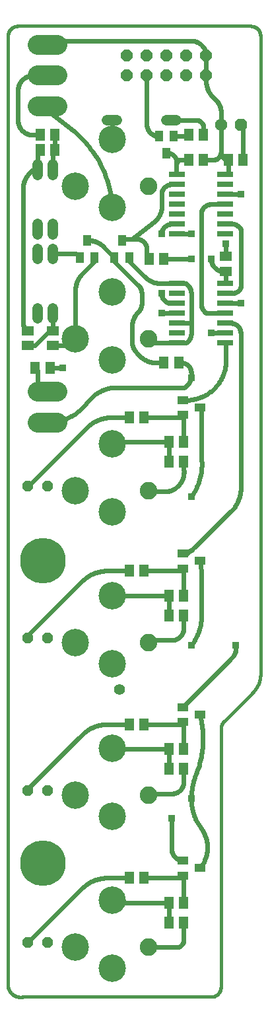
<source format=gtl>
G75*
%MOIN*%
%OFA0B0*%
%FSLAX25Y25*%
%IPPOS*%
%LPD*%
%AMOC8*
5,1,8,0,0,1.08239X$1,22.5*
%
%ADD10C,0.01600*%
%ADD11R,0.05118X0.06299*%
%ADD12C,0.05200*%
%ADD13R,0.06299X0.05118*%
%ADD14R,0.03937X0.05512*%
%ADD15R,0.08000X0.02600*%
%ADD16R,0.05118X0.05906*%
%ADD17R,0.05512X0.03937*%
%ADD18C,0.13843*%
%ADD19C,0.08858*%
%ADD20OC8,0.06200*%
%ADD21C,0.06200*%
%ADD22R,0.05906X0.05118*%
%ADD23C,0.23000*%
%ADD24OC8,0.05200*%
%ADD25C,0.10039*%
%ADD26OC8,0.06000*%
%ADD27C,0.02400*%
%ADD28R,0.03562X0.03562*%
%ADD29C,0.05600*%
D10*
X0002988Y0006924D02*
X0002988Y0486924D01*
X0002990Y0487063D01*
X0002996Y0487202D01*
X0003006Y0487341D01*
X0003019Y0487479D01*
X0003037Y0487617D01*
X0003058Y0487755D01*
X0003083Y0487892D01*
X0003112Y0488028D01*
X0003145Y0488163D01*
X0003182Y0488297D01*
X0003222Y0488431D01*
X0003266Y0488563D01*
X0003314Y0488693D01*
X0003366Y0488822D01*
X0003421Y0488950D01*
X0003479Y0489076D01*
X0003541Y0489201D01*
X0003607Y0489324D01*
X0003676Y0489445D01*
X0003748Y0489563D01*
X0003824Y0489680D01*
X0003903Y0489795D01*
X0003985Y0489907D01*
X0004070Y0490017D01*
X0004159Y0490125D01*
X0004250Y0490230D01*
X0004344Y0490332D01*
X0004441Y0490432D01*
X0004541Y0490529D01*
X0004643Y0490623D01*
X0004748Y0490714D01*
X0004856Y0490803D01*
X0004966Y0490888D01*
X0005078Y0490970D01*
X0005193Y0491049D01*
X0005310Y0491125D01*
X0005428Y0491197D01*
X0005549Y0491266D01*
X0005672Y0491332D01*
X0005797Y0491394D01*
X0005923Y0491452D01*
X0006051Y0491507D01*
X0006180Y0491559D01*
X0006310Y0491607D01*
X0006442Y0491651D01*
X0006576Y0491691D01*
X0006710Y0491728D01*
X0006845Y0491761D01*
X0006981Y0491790D01*
X0007118Y0491815D01*
X0007256Y0491836D01*
X0007394Y0491854D01*
X0007532Y0491867D01*
X0007671Y0491877D01*
X0007810Y0491883D01*
X0007949Y0491885D01*
X0007949Y0491884D02*
X0125488Y0491884D01*
X0125628Y0491882D01*
X0125768Y0491876D01*
X0125908Y0491866D01*
X0126048Y0491853D01*
X0126187Y0491835D01*
X0126326Y0491813D01*
X0126463Y0491788D01*
X0126601Y0491759D01*
X0126737Y0491726D01*
X0126872Y0491689D01*
X0127006Y0491648D01*
X0127139Y0491603D01*
X0127271Y0491555D01*
X0127401Y0491503D01*
X0127530Y0491448D01*
X0127657Y0491389D01*
X0127783Y0491326D01*
X0127907Y0491260D01*
X0128028Y0491191D01*
X0128148Y0491118D01*
X0128266Y0491041D01*
X0128381Y0490962D01*
X0128495Y0490879D01*
X0128605Y0490793D01*
X0128714Y0490704D01*
X0128820Y0490612D01*
X0128923Y0490517D01*
X0129024Y0490420D01*
X0129121Y0490319D01*
X0129216Y0490216D01*
X0129308Y0490110D01*
X0129397Y0490001D01*
X0129483Y0489891D01*
X0129566Y0489777D01*
X0129645Y0489662D01*
X0129722Y0489544D01*
X0129795Y0489424D01*
X0129864Y0489303D01*
X0129930Y0489179D01*
X0129993Y0489053D01*
X0130052Y0488926D01*
X0130107Y0488797D01*
X0130159Y0488667D01*
X0130207Y0488535D01*
X0130252Y0488402D01*
X0130293Y0488268D01*
X0130330Y0488133D01*
X0130363Y0487997D01*
X0130392Y0487859D01*
X0130417Y0487722D01*
X0130439Y0487583D01*
X0130457Y0487444D01*
X0130470Y0487304D01*
X0130480Y0487164D01*
X0130486Y0487024D01*
X0130488Y0486884D01*
X0130488Y0164424D01*
X0126221Y0155156D02*
X0112256Y0141192D01*
X0110488Y0136924D02*
X0110488Y0006924D01*
X0110486Y0006784D01*
X0110480Y0006644D01*
X0110470Y0006504D01*
X0110457Y0006364D01*
X0110439Y0006225D01*
X0110417Y0006086D01*
X0110392Y0005949D01*
X0110363Y0005811D01*
X0110330Y0005675D01*
X0110293Y0005540D01*
X0110252Y0005406D01*
X0110207Y0005273D01*
X0110159Y0005141D01*
X0110107Y0005011D01*
X0110052Y0004882D01*
X0109993Y0004755D01*
X0109930Y0004629D01*
X0109864Y0004505D01*
X0109795Y0004384D01*
X0109722Y0004264D01*
X0109645Y0004146D01*
X0109566Y0004031D01*
X0109483Y0003917D01*
X0109397Y0003807D01*
X0109308Y0003698D01*
X0109216Y0003592D01*
X0109121Y0003489D01*
X0109024Y0003388D01*
X0108923Y0003291D01*
X0108820Y0003196D01*
X0108714Y0003104D01*
X0108605Y0003015D01*
X0108495Y0002929D01*
X0108381Y0002846D01*
X0108266Y0002767D01*
X0108148Y0002690D01*
X0108028Y0002617D01*
X0107907Y0002548D01*
X0107783Y0002482D01*
X0107657Y0002419D01*
X0107530Y0002360D01*
X0107401Y0002305D01*
X0107271Y0002253D01*
X0107139Y0002205D01*
X0107006Y0002160D01*
X0106872Y0002119D01*
X0106737Y0002082D01*
X0106601Y0002049D01*
X0106463Y0002020D01*
X0106326Y0001995D01*
X0106187Y0001973D01*
X0106048Y0001955D01*
X0105908Y0001942D01*
X0105768Y0001932D01*
X0105628Y0001926D01*
X0105488Y0001924D01*
X0010488Y0001924D01*
X0010332Y0001895D01*
X0010175Y0001869D01*
X0010017Y0001848D01*
X0009860Y0001830D01*
X0009701Y0001817D01*
X0009543Y0001807D01*
X0009384Y0001802D01*
X0009225Y0001800D01*
X0009066Y0001802D01*
X0008907Y0001809D01*
X0008749Y0001819D01*
X0008590Y0001833D01*
X0008432Y0001851D01*
X0008275Y0001873D01*
X0008118Y0001899D01*
X0007962Y0001929D01*
X0007807Y0001963D01*
X0007652Y0002000D01*
X0007499Y0002042D01*
X0007347Y0002087D01*
X0007195Y0002136D01*
X0007046Y0002189D01*
X0006897Y0002245D01*
X0006750Y0002306D01*
X0006604Y0002370D01*
X0006461Y0002437D01*
X0006318Y0002508D01*
X0006178Y0002583D01*
X0006040Y0002661D01*
X0005903Y0002742D01*
X0005769Y0002827D01*
X0005637Y0002915D01*
X0005507Y0003006D01*
X0005379Y0003101D01*
X0005254Y0003199D01*
X0005131Y0003300D01*
X0005011Y0003404D01*
X0004893Y0003511D01*
X0004778Y0003620D01*
X0004666Y0003733D01*
X0004557Y0003848D01*
X0004450Y0003966D01*
X0004347Y0004087D01*
X0004246Y0004210D01*
X0004149Y0004336D01*
X0004055Y0004464D01*
X0003964Y0004594D01*
X0003877Y0004727D01*
X0003792Y0004862D01*
X0003711Y0004998D01*
X0003634Y0005137D01*
X0003560Y0005278D01*
X0003490Y0005420D01*
X0003423Y0005564D01*
X0003359Y0005710D01*
X0003300Y0005858D01*
X0003244Y0006006D01*
X0003192Y0006156D01*
X0003143Y0006308D01*
X0003099Y0006460D01*
X0003058Y0006614D01*
X0003021Y0006769D01*
X0002988Y0006924D01*
X0091158Y0225664D02*
X0092988Y0224995D01*
X0130488Y0164424D02*
X0130472Y0164107D01*
X0130448Y0163791D01*
X0130417Y0163475D01*
X0130378Y0163160D01*
X0130332Y0162846D01*
X0130279Y0162534D01*
X0130218Y0162222D01*
X0130149Y0161913D01*
X0130073Y0161605D01*
X0129990Y0161298D01*
X0129900Y0160994D01*
X0129802Y0160692D01*
X0129698Y0160393D01*
X0129586Y0160096D01*
X0129467Y0159802D01*
X0129341Y0159510D01*
X0129209Y0159222D01*
X0129069Y0158937D01*
X0128923Y0158656D01*
X0128770Y0158378D01*
X0128610Y0158104D01*
X0128444Y0157833D01*
X0128272Y0157567D01*
X0128093Y0157305D01*
X0127909Y0157047D01*
X0127718Y0156793D01*
X0127521Y0156545D01*
X0127318Y0156301D01*
X0127109Y0156061D01*
X0126895Y0155827D01*
X0126676Y0155598D01*
X0126451Y0155375D01*
X0126220Y0155157D01*
X0112256Y0141192D02*
X0112149Y0141083D01*
X0112045Y0140970D01*
X0111944Y0140856D01*
X0111846Y0140738D01*
X0111751Y0140619D01*
X0111659Y0140497D01*
X0111570Y0140372D01*
X0111484Y0140246D01*
X0111402Y0140117D01*
X0111322Y0139986D01*
X0111246Y0139853D01*
X0111174Y0139719D01*
X0111105Y0139582D01*
X0111039Y0139444D01*
X0110977Y0139304D01*
X0110919Y0139163D01*
X0110864Y0139020D01*
X0110812Y0138876D01*
X0110765Y0138731D01*
X0110721Y0138584D01*
X0110681Y0138437D01*
X0110644Y0138288D01*
X0110612Y0138139D01*
X0110583Y0137989D01*
X0110558Y0137838D01*
X0110536Y0137687D01*
X0110519Y0137535D01*
X0110505Y0137382D01*
X0110496Y0137230D01*
X0110490Y0137077D01*
X0110488Y0136924D01*
X0100488Y0138754D02*
X0099819Y0144424D01*
X0089228Y0321924D02*
X0090488Y0323164D01*
X0090488Y0331924D02*
X0088388Y0331924D01*
X0088388Y0351924D02*
X0085488Y0351924D01*
X0085488Y0391924D02*
X0088388Y0391924D01*
X0083658Y0426924D02*
X0082988Y0427593D01*
X0112588Y0391924D02*
X0116953Y0391924D01*
X0112988Y0362324D02*
X0112588Y0361924D01*
X0112588Y0356924D02*
X0115488Y0356924D01*
D11*
X0101728Y0424424D03*
X0101728Y0436924D03*
X0094248Y0436924D03*
X0094248Y0424424D03*
X0081728Y0374424D03*
X0074248Y0374424D03*
X0081748Y0321924D03*
X0089228Y0321924D03*
X0091728Y0281924D03*
X0091728Y0271924D03*
X0084248Y0271924D03*
X0084248Y0281924D03*
X0071728Y0294424D03*
X0064248Y0294424D03*
X0064248Y0216924D03*
X0071728Y0216924D03*
X0084248Y0204424D03*
X0084248Y0194424D03*
X0091728Y0194424D03*
X0091728Y0204424D03*
X0071728Y0139424D03*
X0064248Y0139424D03*
X0084248Y0126924D03*
X0084248Y0116924D03*
X0091728Y0116924D03*
X0091728Y0126924D03*
X0071728Y0061924D03*
X0064248Y0061924D03*
X0084248Y0049424D03*
X0084248Y0039424D03*
X0091728Y0039424D03*
X0091728Y0049424D03*
X0024228Y0319424D03*
X0016748Y0319424D03*
X0019248Y0436924D03*
X0026728Y0436924D03*
D12*
X0025488Y0422024D02*
X0025488Y0416824D01*
X0017988Y0416824D02*
X0017988Y0422024D01*
X0017988Y0392024D02*
X0017988Y0386824D01*
X0017988Y0379524D02*
X0017988Y0374324D01*
X0025488Y0374324D02*
X0025488Y0379524D01*
X0025488Y0386824D02*
X0025488Y0392024D01*
X0025488Y0349524D02*
X0025488Y0344324D01*
X0017988Y0344324D02*
X0017988Y0349524D01*
X0052888Y0444424D02*
X0058088Y0444424D01*
X0082888Y0444424D02*
X0088088Y0444424D01*
D13*
X0025488Y0338164D03*
X0025488Y0330684D03*
X0012988Y0330684D03*
X0012988Y0338164D03*
D14*
X0039248Y0375093D03*
X0042988Y0383754D03*
X0046728Y0375093D03*
X0056748Y0375093D03*
X0060488Y0383754D03*
X0064228Y0375093D03*
X0082988Y0427593D03*
X0079248Y0436254D03*
X0086728Y0436254D03*
D15*
X0088388Y0416924D03*
X0088388Y0411924D03*
X0088388Y0406924D03*
X0088388Y0401924D03*
X0088388Y0396924D03*
X0088388Y0391924D03*
X0088388Y0386924D03*
X0088388Y0361924D03*
X0088388Y0356924D03*
X0088388Y0351924D03*
X0088388Y0346924D03*
X0088388Y0341924D03*
X0088388Y0336924D03*
X0088388Y0331924D03*
X0112588Y0331924D03*
X0112588Y0336924D03*
X0112588Y0341924D03*
X0112588Y0346924D03*
X0112588Y0351924D03*
X0112588Y0356924D03*
X0112588Y0361924D03*
X0112588Y0386924D03*
X0112588Y0391924D03*
X0112588Y0396924D03*
X0112588Y0401924D03*
X0112588Y0406924D03*
X0112588Y0411924D03*
X0112588Y0416924D03*
D16*
X0114248Y0424424D03*
X0121728Y0424424D03*
X0026728Y0429424D03*
X0019248Y0429424D03*
D17*
X0091158Y0303164D03*
X0091158Y0295684D03*
X0099819Y0299424D03*
X0091158Y0225664D03*
X0091158Y0218184D03*
X0099819Y0221924D03*
X0091158Y0148164D03*
X0091158Y0140684D03*
X0099819Y0144424D03*
X0091158Y0070664D03*
X0091158Y0063184D03*
X0099819Y0066924D03*
D18*
X0055488Y0050684D03*
X0055488Y0016432D03*
X0036984Y0027062D03*
X0055488Y0093203D03*
X0055488Y0127455D03*
X0055488Y0169975D03*
X0055488Y0204227D03*
X0055488Y0246747D03*
X0055488Y0280999D03*
X0055488Y0323518D03*
X0055488Y0357770D03*
X0055488Y0400290D03*
X0055488Y0434542D03*
X0036984Y0410920D03*
X0036984Y0334148D03*
X0036984Y0257377D03*
X0036984Y0180605D03*
X0036984Y0103833D03*
D19*
X0073992Y0103833D03*
X0073992Y0027062D03*
X0073992Y0180605D03*
X0073992Y0257377D03*
X0073992Y0334148D03*
X0073992Y0410920D03*
D20*
X0120488Y0441924D03*
D21*
X0110488Y0441924D03*
D22*
X0112988Y0375664D03*
X0112988Y0368184D03*
D23*
X0020488Y0221924D03*
X0020488Y0069424D03*
D24*
X0022988Y0106195D03*
X0012988Y0106195D03*
X0012988Y0182967D03*
X0022988Y0182967D03*
X0022988Y0259739D03*
X0012988Y0259739D03*
X0012988Y0029424D03*
X0022988Y0029424D03*
D25*
X0017969Y0291628D02*
X0028008Y0291628D01*
X0028008Y0307219D02*
X0017969Y0307219D01*
X0017969Y0451333D02*
X0028008Y0451333D01*
X0028008Y0466924D02*
X0017969Y0466924D01*
X0017969Y0482514D02*
X0028008Y0482514D01*
D26*
X0062988Y0476924D03*
X0062988Y0466924D03*
X0072988Y0466924D03*
X0072988Y0476924D03*
X0082988Y0476924D03*
X0082988Y0466924D03*
X0092988Y0466924D03*
X0092988Y0476924D03*
X0102988Y0476924D03*
X0102988Y0466924D03*
D27*
X0102988Y0463995D01*
X0102988Y0466924D02*
X0102988Y0476924D01*
X0102986Y0477105D01*
X0102979Y0477286D01*
X0102968Y0477467D01*
X0102953Y0477648D01*
X0102933Y0477828D01*
X0102909Y0478008D01*
X0102881Y0478187D01*
X0102848Y0478365D01*
X0102811Y0478542D01*
X0102770Y0478719D01*
X0102725Y0478894D01*
X0102675Y0479069D01*
X0102621Y0479242D01*
X0102563Y0479413D01*
X0102501Y0479584D01*
X0102434Y0479752D01*
X0102364Y0479919D01*
X0102290Y0480085D01*
X0102211Y0480248D01*
X0102129Y0480409D01*
X0102043Y0480569D01*
X0101953Y0480726D01*
X0101859Y0480881D01*
X0101762Y0481034D01*
X0101660Y0481184D01*
X0101556Y0481332D01*
X0101447Y0481478D01*
X0101336Y0481620D01*
X0101220Y0481760D01*
X0101102Y0481897D01*
X0100980Y0482032D01*
X0100855Y0482163D01*
X0100727Y0482291D01*
X0100596Y0482416D01*
X0100461Y0482538D01*
X0100324Y0482656D01*
X0100184Y0482772D01*
X0100042Y0482883D01*
X0099896Y0482992D01*
X0099748Y0483096D01*
X0099598Y0483198D01*
X0099445Y0483295D01*
X0099290Y0483389D01*
X0099133Y0483479D01*
X0098973Y0483565D01*
X0098812Y0483647D01*
X0098649Y0483726D01*
X0098483Y0483800D01*
X0098316Y0483870D01*
X0098148Y0483937D01*
X0097977Y0483999D01*
X0097806Y0484057D01*
X0097633Y0484111D01*
X0097458Y0484161D01*
X0097283Y0484206D01*
X0097106Y0484247D01*
X0096929Y0484284D01*
X0096751Y0484317D01*
X0096572Y0484345D01*
X0096392Y0484369D01*
X0096212Y0484389D01*
X0096031Y0484404D01*
X0095850Y0484415D01*
X0095669Y0484422D01*
X0095488Y0484424D01*
X0027398Y0484424D01*
X0025488Y0482514D01*
X0022988Y0482514D01*
X0022988Y0466924D02*
X0015488Y0466924D01*
X0015307Y0466922D01*
X0015126Y0466915D01*
X0014945Y0466904D01*
X0014764Y0466889D01*
X0014584Y0466869D01*
X0014404Y0466845D01*
X0014225Y0466817D01*
X0014047Y0466784D01*
X0013870Y0466747D01*
X0013693Y0466706D01*
X0013518Y0466661D01*
X0013343Y0466611D01*
X0013170Y0466557D01*
X0012999Y0466499D01*
X0012828Y0466437D01*
X0012660Y0466370D01*
X0012493Y0466300D01*
X0012327Y0466226D01*
X0012164Y0466147D01*
X0012003Y0466065D01*
X0011843Y0465979D01*
X0011686Y0465889D01*
X0011531Y0465795D01*
X0011378Y0465698D01*
X0011228Y0465596D01*
X0011080Y0465492D01*
X0010934Y0465383D01*
X0010792Y0465272D01*
X0010652Y0465156D01*
X0010515Y0465038D01*
X0010380Y0464916D01*
X0010249Y0464791D01*
X0010121Y0464663D01*
X0009996Y0464532D01*
X0009874Y0464397D01*
X0009756Y0464260D01*
X0009640Y0464120D01*
X0009529Y0463978D01*
X0009420Y0463832D01*
X0009316Y0463684D01*
X0009214Y0463534D01*
X0009117Y0463381D01*
X0009023Y0463226D01*
X0008933Y0463069D01*
X0008847Y0462909D01*
X0008765Y0462748D01*
X0008686Y0462585D01*
X0008612Y0462419D01*
X0008542Y0462252D01*
X0008475Y0462084D01*
X0008413Y0461913D01*
X0008355Y0461742D01*
X0008301Y0461569D01*
X0008251Y0461394D01*
X0008206Y0461219D01*
X0008165Y0461042D01*
X0008128Y0460865D01*
X0008095Y0460687D01*
X0008067Y0460508D01*
X0008043Y0460328D01*
X0008023Y0460148D01*
X0008008Y0459967D01*
X0007997Y0459786D01*
X0007990Y0459605D01*
X0007988Y0459424D01*
X0007988Y0444424D01*
X0007990Y0444243D01*
X0007997Y0444062D01*
X0008008Y0443881D01*
X0008023Y0443700D01*
X0008043Y0443520D01*
X0008067Y0443340D01*
X0008095Y0443161D01*
X0008128Y0442983D01*
X0008165Y0442806D01*
X0008206Y0442629D01*
X0008251Y0442454D01*
X0008301Y0442279D01*
X0008355Y0442106D01*
X0008413Y0441935D01*
X0008475Y0441764D01*
X0008542Y0441596D01*
X0008612Y0441429D01*
X0008686Y0441263D01*
X0008765Y0441100D01*
X0008847Y0440939D01*
X0008933Y0440779D01*
X0009023Y0440622D01*
X0009117Y0440467D01*
X0009214Y0440314D01*
X0009316Y0440164D01*
X0009420Y0440016D01*
X0009529Y0439870D01*
X0009640Y0439728D01*
X0009756Y0439588D01*
X0009874Y0439451D01*
X0009996Y0439316D01*
X0010121Y0439185D01*
X0010249Y0439057D01*
X0010380Y0438932D01*
X0010515Y0438810D01*
X0010652Y0438692D01*
X0010792Y0438576D01*
X0010934Y0438465D01*
X0011080Y0438356D01*
X0011228Y0438252D01*
X0011378Y0438150D01*
X0011531Y0438053D01*
X0011686Y0437959D01*
X0011843Y0437869D01*
X0012003Y0437783D01*
X0012164Y0437701D01*
X0012327Y0437622D01*
X0012493Y0437548D01*
X0012660Y0437478D01*
X0012828Y0437411D01*
X0012999Y0437349D01*
X0013170Y0437291D01*
X0013343Y0437237D01*
X0013518Y0437187D01*
X0013693Y0437142D01*
X0013870Y0437101D01*
X0014047Y0437064D01*
X0014225Y0437031D01*
X0014404Y0437003D01*
X0014584Y0436979D01*
X0014764Y0436959D01*
X0014945Y0436944D01*
X0015126Y0436933D01*
X0015307Y0436926D01*
X0015488Y0436924D01*
X0019248Y0436924D01*
X0019248Y0429424D02*
X0019248Y0428184D01*
X0017988Y0426924D01*
X0017988Y0419424D01*
X0015488Y0419424D01*
X0014024Y0417959D01*
X0016748Y0420664D02*
X0017988Y0419424D01*
X0014024Y0417959D02*
X0013817Y0417747D01*
X0013615Y0417530D01*
X0013419Y0417308D01*
X0013228Y0417082D01*
X0013043Y0416850D01*
X0012863Y0416615D01*
X0012690Y0416375D01*
X0012522Y0416130D01*
X0012361Y0415882D01*
X0012205Y0415630D01*
X0012056Y0415374D01*
X0011913Y0415114D01*
X0011777Y0414851D01*
X0011647Y0414585D01*
X0011524Y0414316D01*
X0011407Y0414043D01*
X0011297Y0413768D01*
X0011194Y0413491D01*
X0011097Y0413210D01*
X0011008Y0412928D01*
X0010925Y0412643D01*
X0010850Y0412357D01*
X0010781Y0412069D01*
X0010720Y0411779D01*
X0010666Y0411488D01*
X0010619Y0411195D01*
X0010579Y0410902D01*
X0010546Y0410607D01*
X0010521Y0410312D01*
X0010503Y0410016D01*
X0010492Y0409720D01*
X0010488Y0409424D01*
X0010488Y0341699D01*
X0012988Y0330684D02*
X0016748Y0330684D01*
X0024407Y0338342D01*
X0025488Y0336924D01*
X0025488Y0338164D01*
X0025488Y0346924D01*
X0025488Y0338164D02*
X0026748Y0336924D01*
X0025488Y0336924D01*
X0025488Y0330684D02*
X0033520Y0330684D01*
X0036984Y0334148D01*
X0036984Y0358465D01*
X0040488Y0366924D02*
X0046728Y0373164D01*
X0046728Y0375093D01*
X0051453Y0380389D02*
X0051257Y0380580D01*
X0051057Y0380766D01*
X0050852Y0380948D01*
X0050643Y0381124D01*
X0050431Y0381296D01*
X0050213Y0381463D01*
X0049993Y0381624D01*
X0049768Y0381780D01*
X0049540Y0381931D01*
X0049308Y0382076D01*
X0049072Y0382215D01*
X0048834Y0382349D01*
X0048592Y0382477D01*
X0048348Y0382600D01*
X0048100Y0382716D01*
X0047850Y0382827D01*
X0047598Y0382932D01*
X0047342Y0383030D01*
X0047085Y0383123D01*
X0046825Y0383209D01*
X0046564Y0383289D01*
X0046301Y0383363D01*
X0046036Y0383431D01*
X0045769Y0383492D01*
X0045501Y0383547D01*
X0045232Y0383596D01*
X0044962Y0383638D01*
X0044690Y0383674D01*
X0044418Y0383703D01*
X0044146Y0383726D01*
X0043873Y0383742D01*
X0043600Y0383752D01*
X0043326Y0383755D01*
X0043326Y0383754D02*
X0042988Y0383754D01*
X0037417Y0376924D02*
X0039248Y0375093D01*
X0037417Y0376924D02*
X0025488Y0376924D01*
X0010488Y0341699D02*
X0010522Y0341555D01*
X0010561Y0341412D01*
X0010603Y0341270D01*
X0010649Y0341129D01*
X0010698Y0340989D01*
X0010751Y0340851D01*
X0010808Y0340714D01*
X0010868Y0340579D01*
X0010932Y0340445D01*
X0010999Y0340313D01*
X0011070Y0340183D01*
X0011144Y0340055D01*
X0011222Y0339929D01*
X0011302Y0339804D01*
X0011386Y0339682D01*
X0011473Y0339563D01*
X0011564Y0339445D01*
X0011657Y0339330D01*
X0011753Y0339217D01*
X0011852Y0339107D01*
X0011954Y0339000D01*
X0012059Y0338895D01*
X0012166Y0338793D01*
X0012276Y0338694D01*
X0012389Y0338598D01*
X0012504Y0338505D01*
X0012622Y0338415D01*
X0012742Y0338328D01*
X0012864Y0338244D01*
X0012988Y0338163D01*
X0016748Y0319424D02*
X0017988Y0318184D01*
X0017988Y0309424D01*
X0020193Y0307219D01*
X0022988Y0307219D01*
X0025311Y0291924D02*
X0025924Y0292003D01*
X0026536Y0292097D01*
X0027145Y0292205D01*
X0027752Y0292328D01*
X0028355Y0292465D01*
X0028955Y0292616D01*
X0029551Y0292782D01*
X0030143Y0292961D01*
X0030731Y0293155D01*
X0031313Y0293363D01*
X0031891Y0293585D01*
X0032463Y0293820D01*
X0033030Y0294069D01*
X0033590Y0294331D01*
X0034144Y0294606D01*
X0034691Y0294895D01*
X0035232Y0295197D01*
X0035765Y0295511D01*
X0036290Y0295838D01*
X0036807Y0296177D01*
X0037316Y0296529D01*
X0037817Y0296892D01*
X0038309Y0297267D01*
X0038792Y0297654D01*
X0039265Y0298053D01*
X0039729Y0298462D01*
X0040183Y0298883D01*
X0040627Y0299314D01*
X0041060Y0299755D01*
X0041483Y0300207D01*
X0041895Y0300668D01*
X0042296Y0301140D01*
X0042685Y0301621D01*
X0042685Y0289120D02*
X0013303Y0259739D01*
X0012988Y0259739D01*
X0022988Y0291628D02*
X0023284Y0291924D01*
X0025311Y0291924D01*
X0024228Y0319424D02*
X0030488Y0319424D01*
X0036985Y0358465D02*
X0036988Y0358750D01*
X0036999Y0359034D01*
X0037015Y0359318D01*
X0037039Y0359602D01*
X0037070Y0359885D01*
X0037107Y0360168D01*
X0037151Y0360449D01*
X0037201Y0360729D01*
X0037258Y0361008D01*
X0037322Y0361285D01*
X0037393Y0361561D01*
X0037470Y0361835D01*
X0037553Y0362108D01*
X0037643Y0362378D01*
X0037739Y0362646D01*
X0037842Y0362911D01*
X0037951Y0363174D01*
X0038066Y0363435D01*
X0038187Y0363692D01*
X0038315Y0363947D01*
X0038448Y0364198D01*
X0038588Y0364447D01*
X0038733Y0364691D01*
X0038884Y0364933D01*
X0039041Y0365170D01*
X0039203Y0365404D01*
X0039371Y0365634D01*
X0039544Y0365860D01*
X0039723Y0366082D01*
X0039907Y0366299D01*
X0040096Y0366512D01*
X0040290Y0366720D01*
X0040489Y0366924D01*
X0051453Y0380388D02*
X0056748Y0375093D01*
X0056748Y0373164D01*
X0068721Y0361192D01*
X0070488Y0356924D02*
X0070488Y0351924D01*
X0065488Y0339853D02*
X0065488Y0332959D01*
X0067988Y0326924D02*
X0069453Y0325459D01*
X0067988Y0326923D02*
X0067842Y0327073D01*
X0067699Y0327227D01*
X0067560Y0327384D01*
X0067426Y0327544D01*
X0067295Y0327707D01*
X0067168Y0327874D01*
X0067045Y0328044D01*
X0066927Y0328217D01*
X0066812Y0328392D01*
X0066702Y0328571D01*
X0066597Y0328752D01*
X0066496Y0328935D01*
X0066399Y0329121D01*
X0066308Y0329309D01*
X0066220Y0329500D01*
X0066138Y0329692D01*
X0066060Y0329887D01*
X0065987Y0330083D01*
X0065919Y0330281D01*
X0065856Y0330481D01*
X0065797Y0330682D01*
X0065744Y0330885D01*
X0065695Y0331089D01*
X0065652Y0331294D01*
X0065614Y0331500D01*
X0065580Y0331707D01*
X0065552Y0331914D01*
X0065529Y0332122D01*
X0065511Y0332331D01*
X0065498Y0332540D01*
X0065491Y0332750D01*
X0065488Y0332959D01*
X0068721Y0347656D02*
X0068828Y0347765D01*
X0068932Y0347878D01*
X0069033Y0347992D01*
X0069131Y0348110D01*
X0069226Y0348229D01*
X0069318Y0348351D01*
X0069407Y0348476D01*
X0069493Y0348602D01*
X0069575Y0348731D01*
X0069655Y0348862D01*
X0069731Y0348995D01*
X0069803Y0349129D01*
X0069872Y0349266D01*
X0069938Y0349404D01*
X0070000Y0349544D01*
X0070058Y0349685D01*
X0070113Y0349828D01*
X0070165Y0349972D01*
X0070212Y0350117D01*
X0070256Y0350264D01*
X0070296Y0350411D01*
X0070333Y0350560D01*
X0070365Y0350709D01*
X0070394Y0350859D01*
X0070419Y0351010D01*
X0070441Y0351161D01*
X0070458Y0351313D01*
X0070472Y0351466D01*
X0070481Y0351618D01*
X0070487Y0351771D01*
X0070489Y0351924D01*
X0071953Y0365459D02*
X0064228Y0373184D01*
X0064228Y0375093D01*
X0072988Y0379424D02*
X0072986Y0379564D01*
X0072980Y0379704D01*
X0072970Y0379844D01*
X0072957Y0379984D01*
X0072939Y0380123D01*
X0072917Y0380262D01*
X0072892Y0380399D01*
X0072863Y0380537D01*
X0072830Y0380673D01*
X0072793Y0380808D01*
X0072752Y0380942D01*
X0072707Y0381075D01*
X0072659Y0381207D01*
X0072607Y0381337D01*
X0072552Y0381466D01*
X0072493Y0381593D01*
X0072430Y0381719D01*
X0072364Y0381843D01*
X0072295Y0381964D01*
X0072222Y0382084D01*
X0072145Y0382202D01*
X0072066Y0382317D01*
X0071983Y0382431D01*
X0071897Y0382541D01*
X0071808Y0382650D01*
X0071716Y0382756D01*
X0071621Y0382859D01*
X0071524Y0382960D01*
X0071423Y0383057D01*
X0071320Y0383152D01*
X0071214Y0383244D01*
X0071105Y0383333D01*
X0070995Y0383419D01*
X0070881Y0383502D01*
X0070766Y0383581D01*
X0070648Y0383658D01*
X0070528Y0383731D01*
X0070407Y0383800D01*
X0070283Y0383866D01*
X0070157Y0383929D01*
X0070030Y0383988D01*
X0069901Y0384043D01*
X0069771Y0384095D01*
X0069639Y0384143D01*
X0069506Y0384188D01*
X0069372Y0384229D01*
X0069237Y0384266D01*
X0069101Y0384299D01*
X0068963Y0384328D01*
X0068826Y0384353D01*
X0068687Y0384375D01*
X0068548Y0384393D01*
X0068408Y0384406D01*
X0068268Y0384416D01*
X0068128Y0384422D01*
X0067988Y0384424D01*
X0065488Y0384424D01*
X0076221Y0392656D01*
X0080488Y0399424D02*
X0080488Y0406924D01*
X0080490Y0407064D01*
X0080496Y0407204D01*
X0080506Y0407344D01*
X0080519Y0407484D01*
X0080537Y0407623D01*
X0080559Y0407762D01*
X0080584Y0407899D01*
X0080613Y0408037D01*
X0080646Y0408173D01*
X0080683Y0408308D01*
X0080724Y0408442D01*
X0080769Y0408575D01*
X0080817Y0408707D01*
X0080869Y0408837D01*
X0080924Y0408966D01*
X0080983Y0409093D01*
X0081046Y0409219D01*
X0081112Y0409343D01*
X0081181Y0409464D01*
X0081254Y0409584D01*
X0081331Y0409702D01*
X0081410Y0409817D01*
X0081493Y0409931D01*
X0081579Y0410041D01*
X0081668Y0410150D01*
X0081760Y0410256D01*
X0081855Y0410359D01*
X0081952Y0410460D01*
X0082053Y0410557D01*
X0082156Y0410652D01*
X0082262Y0410744D01*
X0082371Y0410833D01*
X0082481Y0410919D01*
X0082595Y0411002D01*
X0082710Y0411081D01*
X0082828Y0411158D01*
X0082948Y0411231D01*
X0083069Y0411300D01*
X0083193Y0411366D01*
X0083319Y0411429D01*
X0083446Y0411488D01*
X0083575Y0411543D01*
X0083705Y0411595D01*
X0083837Y0411643D01*
X0083970Y0411688D01*
X0084104Y0411729D01*
X0084239Y0411766D01*
X0084375Y0411799D01*
X0084513Y0411828D01*
X0084650Y0411853D01*
X0084789Y0411875D01*
X0084928Y0411893D01*
X0085068Y0411906D01*
X0085208Y0411916D01*
X0085348Y0411922D01*
X0085488Y0411924D01*
X0088388Y0411924D01*
X0088388Y0416924D02*
X0088349Y0416926D01*
X0088310Y0416932D01*
X0088272Y0416941D01*
X0088235Y0416954D01*
X0088199Y0416971D01*
X0088166Y0416991D01*
X0088134Y0417015D01*
X0088105Y0417041D01*
X0088079Y0417070D01*
X0088055Y0417102D01*
X0088035Y0417135D01*
X0088018Y0417171D01*
X0088005Y0417208D01*
X0087996Y0417246D01*
X0087990Y0417285D01*
X0087988Y0417324D01*
X0087988Y0421924D01*
X0087990Y0422022D01*
X0087996Y0422120D01*
X0088005Y0422218D01*
X0088019Y0422315D01*
X0088036Y0422412D01*
X0088057Y0422508D01*
X0088082Y0422603D01*
X0088110Y0422697D01*
X0088143Y0422789D01*
X0088178Y0422881D01*
X0088218Y0422971D01*
X0088260Y0423059D01*
X0088307Y0423146D01*
X0088356Y0423230D01*
X0088409Y0423313D01*
X0088465Y0423393D01*
X0088525Y0423472D01*
X0088587Y0423548D01*
X0088652Y0423621D01*
X0088720Y0423692D01*
X0088791Y0423760D01*
X0088864Y0423825D01*
X0088940Y0423887D01*
X0089019Y0423947D01*
X0089099Y0424003D01*
X0089182Y0424056D01*
X0089266Y0424105D01*
X0089353Y0424152D01*
X0089441Y0424194D01*
X0089531Y0424234D01*
X0089623Y0424269D01*
X0089715Y0424302D01*
X0089809Y0424330D01*
X0089904Y0424355D01*
X0090000Y0424376D01*
X0090097Y0424393D01*
X0090194Y0424407D01*
X0090292Y0424416D01*
X0090390Y0424422D01*
X0090488Y0424424D01*
X0094248Y0424424D01*
X0093579Y0436254D02*
X0086728Y0436254D01*
X0085488Y0444424D02*
X0097988Y0444424D01*
X0098108Y0444422D01*
X0098228Y0444416D01*
X0098347Y0444407D01*
X0098466Y0444393D01*
X0098585Y0444376D01*
X0098703Y0444355D01*
X0098820Y0444330D01*
X0098937Y0444302D01*
X0099052Y0444269D01*
X0099167Y0444233D01*
X0099280Y0444194D01*
X0099391Y0444151D01*
X0099502Y0444104D01*
X0099611Y0444054D01*
X0099718Y0444000D01*
X0099823Y0443943D01*
X0099927Y0443882D01*
X0100028Y0443818D01*
X0100128Y0443751D01*
X0100225Y0443681D01*
X0100320Y0443608D01*
X0100412Y0443532D01*
X0100502Y0443453D01*
X0100590Y0443371D01*
X0100675Y0443286D01*
X0100757Y0443198D01*
X0100836Y0443108D01*
X0100912Y0443016D01*
X0100985Y0442921D01*
X0101055Y0442824D01*
X0101122Y0442724D01*
X0101186Y0442623D01*
X0101247Y0442519D01*
X0101304Y0442414D01*
X0101358Y0442307D01*
X0101408Y0442198D01*
X0101455Y0442087D01*
X0101498Y0441976D01*
X0101537Y0441863D01*
X0101573Y0441748D01*
X0101606Y0441633D01*
X0101634Y0441516D01*
X0101659Y0441399D01*
X0101680Y0441281D01*
X0101697Y0441162D01*
X0101711Y0441043D01*
X0101720Y0440924D01*
X0101726Y0440804D01*
X0101728Y0440684D01*
X0101728Y0436924D01*
X0110488Y0449424D02*
X0110455Y0449646D01*
X0110416Y0449867D01*
X0110372Y0450087D01*
X0110322Y0450305D01*
X0110267Y0450523D01*
X0110207Y0450739D01*
X0110141Y0450953D01*
X0110070Y0451166D01*
X0109994Y0451377D01*
X0109913Y0451586D01*
X0109827Y0451793D01*
X0109735Y0451998D01*
X0109639Y0452201D01*
X0109538Y0452401D01*
X0109432Y0452598D01*
X0109321Y0452793D01*
X0109205Y0452985D01*
X0109084Y0453175D01*
X0108959Y0453361D01*
X0108830Y0453544D01*
X0108696Y0453724D01*
X0108558Y0453900D01*
X0108415Y0454073D01*
X0108268Y0454243D01*
X0108117Y0454409D01*
X0107962Y0454571D01*
X0107803Y0454729D01*
X0107640Y0454883D01*
X0107474Y0455034D01*
X0107303Y0455180D01*
X0107130Y0455322D01*
X0106953Y0455459D01*
X0110488Y0449424D02*
X0110488Y0441924D01*
X0110488Y0428184D01*
X0110486Y0428063D01*
X0110480Y0427943D01*
X0110471Y0427823D01*
X0110457Y0427703D01*
X0110440Y0427584D01*
X0110419Y0427465D01*
X0110394Y0427347D01*
X0110365Y0427230D01*
X0110333Y0427114D01*
X0110296Y0426999D01*
X0110257Y0426885D01*
X0110213Y0426773D01*
X0110166Y0426662D01*
X0110116Y0426553D01*
X0110062Y0426445D01*
X0110004Y0426339D01*
X0109943Y0426235D01*
X0109879Y0426133D01*
X0109812Y0426033D01*
X0109741Y0425935D01*
X0109668Y0425840D01*
X0109591Y0425747D01*
X0109511Y0425656D01*
X0109429Y0425568D01*
X0109344Y0425483D01*
X0109256Y0425401D01*
X0109165Y0425321D01*
X0109072Y0425244D01*
X0108977Y0425171D01*
X0108879Y0425100D01*
X0108779Y0425033D01*
X0108677Y0424969D01*
X0108573Y0424908D01*
X0108467Y0424850D01*
X0108359Y0424796D01*
X0108250Y0424746D01*
X0108139Y0424699D01*
X0108027Y0424655D01*
X0107913Y0424616D01*
X0107798Y0424579D01*
X0107682Y0424547D01*
X0107565Y0424518D01*
X0107447Y0424493D01*
X0107328Y0424472D01*
X0107209Y0424455D01*
X0107089Y0424441D01*
X0106969Y0424432D01*
X0106849Y0424426D01*
X0106728Y0424424D01*
X0101728Y0424424D01*
X0105488Y0401924D02*
X0112588Y0401924D01*
X0112588Y0406924D02*
X0120488Y0406924D01*
X0121728Y0424424D02*
X0121728Y0440684D01*
X0121726Y0440754D01*
X0121720Y0440823D01*
X0121710Y0440892D01*
X0121697Y0440960D01*
X0121680Y0441027D01*
X0121658Y0441094D01*
X0121634Y0441159D01*
X0121605Y0441222D01*
X0121573Y0441284D01*
X0121538Y0441344D01*
X0121499Y0441402D01*
X0121457Y0441457D01*
X0121413Y0441510D01*
X0121365Y0441561D01*
X0121314Y0441609D01*
X0121261Y0441653D01*
X0121206Y0441695D01*
X0121148Y0441734D01*
X0121088Y0441769D01*
X0121026Y0441801D01*
X0120963Y0441830D01*
X0120898Y0441854D01*
X0120831Y0441876D01*
X0120764Y0441893D01*
X0120696Y0441906D01*
X0120627Y0441916D01*
X0120558Y0441922D01*
X0120488Y0441924D01*
X0110488Y0428184D02*
X0110490Y0428063D01*
X0110496Y0427943D01*
X0110505Y0427823D01*
X0110519Y0427703D01*
X0110536Y0427584D01*
X0110557Y0427465D01*
X0110582Y0427347D01*
X0110611Y0427230D01*
X0110643Y0427114D01*
X0110680Y0426999D01*
X0110719Y0426885D01*
X0110763Y0426773D01*
X0110810Y0426662D01*
X0110860Y0426553D01*
X0110914Y0426445D01*
X0110972Y0426339D01*
X0111033Y0426235D01*
X0111097Y0426133D01*
X0111164Y0426033D01*
X0111235Y0425935D01*
X0111308Y0425840D01*
X0111385Y0425747D01*
X0111465Y0425656D01*
X0111547Y0425568D01*
X0111632Y0425483D01*
X0111720Y0425401D01*
X0111811Y0425321D01*
X0111904Y0425244D01*
X0111999Y0425171D01*
X0112097Y0425100D01*
X0112197Y0425033D01*
X0112299Y0424969D01*
X0112403Y0424908D01*
X0112509Y0424850D01*
X0112617Y0424796D01*
X0112726Y0424746D01*
X0112837Y0424699D01*
X0112949Y0424655D01*
X0113063Y0424616D01*
X0113178Y0424579D01*
X0113294Y0424547D01*
X0113411Y0424518D01*
X0113529Y0424493D01*
X0113648Y0424472D01*
X0113767Y0424455D01*
X0113887Y0424441D01*
X0114007Y0424432D01*
X0114127Y0424426D01*
X0114248Y0424424D01*
X0114248Y0418584D01*
X0114246Y0418505D01*
X0114240Y0418426D01*
X0114231Y0418348D01*
X0114218Y0418270D01*
X0114201Y0418193D01*
X0114181Y0418116D01*
X0114157Y0418041D01*
X0114129Y0417967D01*
X0114098Y0417894D01*
X0114063Y0417823D01*
X0114026Y0417754D01*
X0113984Y0417687D01*
X0113940Y0417621D01*
X0113893Y0417558D01*
X0113843Y0417497D01*
X0113789Y0417438D01*
X0113734Y0417383D01*
X0113675Y0417329D01*
X0113614Y0417279D01*
X0113551Y0417232D01*
X0113485Y0417188D01*
X0113418Y0417146D01*
X0113349Y0417109D01*
X0113278Y0417074D01*
X0113205Y0417043D01*
X0113131Y0417015D01*
X0113056Y0416991D01*
X0112979Y0416971D01*
X0112902Y0416954D01*
X0112824Y0416941D01*
X0112746Y0416932D01*
X0112667Y0416926D01*
X0112588Y0416924D01*
X0110488Y0416924D01*
X0112588Y0416924D02*
X0114453Y0416924D01*
X0105488Y0401924D02*
X0105348Y0401922D01*
X0105208Y0401916D01*
X0105068Y0401906D01*
X0104928Y0401893D01*
X0104789Y0401875D01*
X0104650Y0401853D01*
X0104513Y0401828D01*
X0104375Y0401799D01*
X0104239Y0401766D01*
X0104104Y0401729D01*
X0103970Y0401688D01*
X0103837Y0401643D01*
X0103705Y0401595D01*
X0103575Y0401543D01*
X0103446Y0401488D01*
X0103319Y0401429D01*
X0103193Y0401366D01*
X0103069Y0401300D01*
X0102948Y0401231D01*
X0102828Y0401158D01*
X0102710Y0401081D01*
X0102595Y0401002D01*
X0102481Y0400919D01*
X0102371Y0400833D01*
X0102262Y0400744D01*
X0102156Y0400652D01*
X0102053Y0400557D01*
X0101952Y0400460D01*
X0101855Y0400359D01*
X0101760Y0400256D01*
X0101668Y0400150D01*
X0101579Y0400041D01*
X0101493Y0399931D01*
X0101410Y0399817D01*
X0101331Y0399702D01*
X0101254Y0399584D01*
X0101181Y0399464D01*
X0101112Y0399343D01*
X0101046Y0399219D01*
X0100983Y0399093D01*
X0100924Y0398966D01*
X0100869Y0398837D01*
X0100817Y0398707D01*
X0100769Y0398575D01*
X0100724Y0398442D01*
X0100683Y0398308D01*
X0100646Y0398173D01*
X0100613Y0398037D01*
X0100584Y0397899D01*
X0100559Y0397762D01*
X0100537Y0397623D01*
X0100519Y0397484D01*
X0100506Y0397344D01*
X0100496Y0397204D01*
X0100490Y0397064D01*
X0100488Y0396924D01*
X0100488Y0351924D01*
X0102256Y0347656D02*
X0102327Y0347588D01*
X0102400Y0347523D01*
X0102476Y0347461D01*
X0102555Y0347401D01*
X0102635Y0347345D01*
X0102718Y0347292D01*
X0102802Y0347243D01*
X0102889Y0347196D01*
X0102977Y0347154D01*
X0103067Y0347114D01*
X0103159Y0347079D01*
X0103251Y0347046D01*
X0103345Y0347018D01*
X0103440Y0346993D01*
X0103536Y0346972D01*
X0103633Y0346955D01*
X0103730Y0346941D01*
X0103828Y0346932D01*
X0103926Y0346926D01*
X0104024Y0346924D01*
X0112588Y0346924D01*
X0112588Y0351924D02*
X0120488Y0351924D01*
X0120488Y0360459D02*
X0120488Y0389424D01*
X0120444Y0389526D01*
X0120396Y0389627D01*
X0120345Y0389726D01*
X0120290Y0389823D01*
X0120232Y0389918D01*
X0120171Y0390012D01*
X0120107Y0390103D01*
X0120039Y0390192D01*
X0119969Y0390278D01*
X0119896Y0390362D01*
X0119820Y0390444D01*
X0119741Y0390523D01*
X0119659Y0390599D01*
X0119575Y0390672D01*
X0119489Y0390742D01*
X0119400Y0390810D01*
X0119309Y0390874D01*
X0119215Y0390935D01*
X0119120Y0390993D01*
X0119023Y0391048D01*
X0118924Y0391099D01*
X0118823Y0391147D01*
X0118721Y0391191D01*
X0118721Y0391192D02*
X0118650Y0391260D01*
X0118577Y0391325D01*
X0118501Y0391387D01*
X0118422Y0391447D01*
X0118342Y0391503D01*
X0118259Y0391556D01*
X0118175Y0391605D01*
X0118088Y0391652D01*
X0118000Y0391694D01*
X0117910Y0391734D01*
X0117818Y0391769D01*
X0117726Y0391802D01*
X0117632Y0391830D01*
X0117537Y0391855D01*
X0117441Y0391876D01*
X0117344Y0391893D01*
X0117247Y0391907D01*
X0117149Y0391916D01*
X0117051Y0391922D01*
X0116953Y0391924D01*
X0112988Y0381924D02*
X0112988Y0375664D01*
X0111728Y0368184D02*
X0111572Y0368186D01*
X0111417Y0368192D01*
X0111262Y0368201D01*
X0111107Y0368215D01*
X0110952Y0368232D01*
X0110798Y0368254D01*
X0110644Y0368279D01*
X0110492Y0368308D01*
X0110339Y0368340D01*
X0110188Y0368377D01*
X0110038Y0368417D01*
X0109889Y0368461D01*
X0109741Y0368509D01*
X0109594Y0368560D01*
X0109448Y0368615D01*
X0109304Y0368674D01*
X0109162Y0368736D01*
X0109021Y0368802D01*
X0108881Y0368871D01*
X0108744Y0368944D01*
X0108608Y0369020D01*
X0108474Y0369099D01*
X0108343Y0369182D01*
X0108213Y0369268D01*
X0108085Y0369358D01*
X0107960Y0369450D01*
X0107837Y0369545D01*
X0107717Y0369644D01*
X0107599Y0369745D01*
X0107484Y0369850D01*
X0107371Y0369957D01*
X0107261Y0370067D01*
X0107154Y0370180D01*
X0107049Y0370295D01*
X0106948Y0370413D01*
X0106849Y0370533D01*
X0106754Y0370656D01*
X0106662Y0370781D01*
X0106572Y0370909D01*
X0106486Y0371039D01*
X0106403Y0371170D01*
X0106324Y0371304D01*
X0106248Y0371440D01*
X0106175Y0371577D01*
X0106106Y0371717D01*
X0106040Y0371858D01*
X0105978Y0372000D01*
X0105919Y0372144D01*
X0105864Y0372290D01*
X0105813Y0372437D01*
X0105765Y0372585D01*
X0105721Y0372734D01*
X0105681Y0372884D01*
X0105644Y0373035D01*
X0105612Y0373188D01*
X0105583Y0373340D01*
X0105558Y0373494D01*
X0105536Y0373648D01*
X0105519Y0373803D01*
X0105505Y0373958D01*
X0105496Y0374113D01*
X0105490Y0374268D01*
X0105488Y0374424D01*
X0111728Y0368184D02*
X0112988Y0368184D01*
X0112988Y0362324D01*
X0115488Y0356923D02*
X0115641Y0356925D01*
X0115794Y0356931D01*
X0115946Y0356940D01*
X0116099Y0356954D01*
X0116251Y0356971D01*
X0116402Y0356993D01*
X0116553Y0357018D01*
X0116703Y0357047D01*
X0116852Y0357079D01*
X0117001Y0357116D01*
X0117148Y0357156D01*
X0117295Y0357200D01*
X0117440Y0357247D01*
X0117584Y0357299D01*
X0117727Y0357354D01*
X0117868Y0357412D01*
X0118008Y0357474D01*
X0118146Y0357540D01*
X0118283Y0357609D01*
X0118417Y0357681D01*
X0118550Y0357757D01*
X0118681Y0357837D01*
X0118810Y0357919D01*
X0118936Y0358005D01*
X0119061Y0358094D01*
X0119183Y0358186D01*
X0119302Y0358281D01*
X0119420Y0358379D01*
X0119534Y0358480D01*
X0119647Y0358584D01*
X0119756Y0358691D01*
X0119824Y0358762D01*
X0119889Y0358835D01*
X0119951Y0358911D01*
X0120011Y0358990D01*
X0120067Y0359070D01*
X0120120Y0359153D01*
X0120169Y0359237D01*
X0120216Y0359324D01*
X0120258Y0359412D01*
X0120298Y0359502D01*
X0120333Y0359594D01*
X0120366Y0359686D01*
X0120394Y0359780D01*
X0120419Y0359875D01*
X0120440Y0359971D01*
X0120457Y0360068D01*
X0120471Y0360165D01*
X0120480Y0360263D01*
X0120486Y0360361D01*
X0120488Y0360459D01*
X0115488Y0341924D02*
X0112588Y0341924D01*
X0112588Y0336924D02*
X0105488Y0336924D01*
X0102256Y0347656D02*
X0102149Y0347765D01*
X0102045Y0347878D01*
X0101944Y0347992D01*
X0101846Y0348110D01*
X0101751Y0348229D01*
X0101659Y0348351D01*
X0101570Y0348476D01*
X0101484Y0348602D01*
X0101402Y0348731D01*
X0101322Y0348862D01*
X0101246Y0348995D01*
X0101174Y0349129D01*
X0101105Y0349266D01*
X0101039Y0349404D01*
X0100977Y0349544D01*
X0100919Y0349685D01*
X0100864Y0349828D01*
X0100812Y0349972D01*
X0100765Y0350117D01*
X0100721Y0350264D01*
X0100681Y0350411D01*
X0100644Y0350560D01*
X0100612Y0350709D01*
X0100583Y0350859D01*
X0100558Y0351010D01*
X0100536Y0351161D01*
X0100519Y0351313D01*
X0100505Y0351466D01*
X0100496Y0351618D01*
X0100490Y0351771D01*
X0100488Y0351924D01*
X0095488Y0356924D02*
X0095488Y0341924D01*
X0095488Y0336924D01*
X0095488Y0341924D02*
X0088388Y0341924D01*
X0088388Y0346924D02*
X0080488Y0346924D01*
X0068720Y0347657D02*
X0068537Y0347469D01*
X0068358Y0347276D01*
X0068184Y0347080D01*
X0068014Y0346880D01*
X0067849Y0346675D01*
X0067689Y0346467D01*
X0067534Y0346255D01*
X0067385Y0346039D01*
X0067240Y0345820D01*
X0067101Y0345597D01*
X0066967Y0345371D01*
X0066838Y0345142D01*
X0066715Y0344910D01*
X0066597Y0344675D01*
X0066485Y0344438D01*
X0066379Y0344197D01*
X0066279Y0343955D01*
X0066184Y0343710D01*
X0066095Y0343463D01*
X0066012Y0343213D01*
X0065935Y0342962D01*
X0065864Y0342709D01*
X0065799Y0342455D01*
X0065740Y0342199D01*
X0065687Y0341942D01*
X0065641Y0341683D01*
X0065600Y0341424D01*
X0065566Y0341163D01*
X0065538Y0340902D01*
X0065516Y0340640D01*
X0065501Y0340378D01*
X0065491Y0340116D01*
X0065488Y0339853D01*
X0070489Y0356924D02*
X0070487Y0357077D01*
X0070481Y0357230D01*
X0070472Y0357382D01*
X0070458Y0357535D01*
X0070441Y0357687D01*
X0070419Y0357838D01*
X0070394Y0357989D01*
X0070365Y0358139D01*
X0070333Y0358288D01*
X0070296Y0358437D01*
X0070256Y0358584D01*
X0070212Y0358731D01*
X0070165Y0358876D01*
X0070113Y0359020D01*
X0070058Y0359163D01*
X0070000Y0359304D01*
X0069938Y0359444D01*
X0069872Y0359582D01*
X0069803Y0359719D01*
X0069731Y0359853D01*
X0069655Y0359986D01*
X0069575Y0360117D01*
X0069493Y0360246D01*
X0069407Y0360372D01*
X0069318Y0360497D01*
X0069226Y0360619D01*
X0069131Y0360738D01*
X0069033Y0360856D01*
X0068932Y0360970D01*
X0068828Y0361083D01*
X0068721Y0361192D01*
X0072988Y0375684D02*
X0072988Y0379424D01*
X0072988Y0375684D02*
X0072990Y0375616D01*
X0072995Y0375548D01*
X0073005Y0375480D01*
X0073017Y0375413D01*
X0073034Y0375347D01*
X0073054Y0375282D01*
X0073077Y0375218D01*
X0073104Y0375155D01*
X0073135Y0375094D01*
X0073168Y0375034D01*
X0073205Y0374977D01*
X0073245Y0374921D01*
X0073288Y0374868D01*
X0073333Y0374817D01*
X0073381Y0374769D01*
X0073432Y0374724D01*
X0073485Y0374681D01*
X0073541Y0374641D01*
X0073598Y0374604D01*
X0073658Y0374571D01*
X0073719Y0374540D01*
X0073782Y0374513D01*
X0073846Y0374490D01*
X0073911Y0374470D01*
X0073977Y0374453D01*
X0074044Y0374441D01*
X0074112Y0374431D01*
X0074180Y0374426D01*
X0074248Y0374424D01*
X0071953Y0365460D02*
X0072165Y0365253D01*
X0072382Y0365051D01*
X0072604Y0364855D01*
X0072830Y0364664D01*
X0073062Y0364479D01*
X0073297Y0364299D01*
X0073537Y0364126D01*
X0073782Y0363958D01*
X0074030Y0363797D01*
X0074282Y0363641D01*
X0074538Y0363492D01*
X0074798Y0363349D01*
X0075061Y0363213D01*
X0075327Y0363083D01*
X0075596Y0362960D01*
X0075869Y0362843D01*
X0076144Y0362733D01*
X0076421Y0362630D01*
X0076702Y0362533D01*
X0076984Y0362444D01*
X0077269Y0362361D01*
X0077555Y0362286D01*
X0077843Y0362217D01*
X0078133Y0362156D01*
X0078424Y0362102D01*
X0078717Y0362055D01*
X0079010Y0362015D01*
X0079305Y0361982D01*
X0079600Y0361957D01*
X0079896Y0361939D01*
X0080192Y0361928D01*
X0080488Y0361924D01*
X0088388Y0361924D01*
X0092988Y0361924D01*
X0093721Y0361192D01*
X0095488Y0374424D02*
X0081728Y0374424D01*
X0080488Y0386924D02*
X0080490Y0387064D01*
X0080496Y0387204D01*
X0080506Y0387344D01*
X0080519Y0387484D01*
X0080537Y0387623D01*
X0080559Y0387762D01*
X0080584Y0387899D01*
X0080613Y0388037D01*
X0080646Y0388173D01*
X0080683Y0388308D01*
X0080724Y0388442D01*
X0080769Y0388575D01*
X0080817Y0388707D01*
X0080869Y0388837D01*
X0080924Y0388966D01*
X0080983Y0389093D01*
X0081046Y0389219D01*
X0081112Y0389343D01*
X0081181Y0389464D01*
X0081254Y0389584D01*
X0081331Y0389702D01*
X0081410Y0389817D01*
X0081493Y0389931D01*
X0081579Y0390041D01*
X0081668Y0390150D01*
X0081760Y0390256D01*
X0081855Y0390359D01*
X0081952Y0390460D01*
X0082053Y0390557D01*
X0082156Y0390652D01*
X0082262Y0390744D01*
X0082371Y0390833D01*
X0082481Y0390919D01*
X0082595Y0391002D01*
X0082710Y0391081D01*
X0082828Y0391158D01*
X0082948Y0391231D01*
X0083069Y0391300D01*
X0083193Y0391366D01*
X0083319Y0391429D01*
X0083446Y0391488D01*
X0083575Y0391543D01*
X0083705Y0391595D01*
X0083837Y0391643D01*
X0083970Y0391688D01*
X0084104Y0391729D01*
X0084239Y0391766D01*
X0084375Y0391799D01*
X0084513Y0391828D01*
X0084650Y0391853D01*
X0084789Y0391875D01*
X0084928Y0391893D01*
X0085068Y0391906D01*
X0085208Y0391916D01*
X0085348Y0391922D01*
X0085488Y0391924D01*
X0088388Y0386924D02*
X0095488Y0386924D01*
X0093721Y0361192D02*
X0093828Y0361083D01*
X0093932Y0360970D01*
X0094033Y0360856D01*
X0094131Y0360738D01*
X0094226Y0360619D01*
X0094318Y0360497D01*
X0094407Y0360372D01*
X0094493Y0360246D01*
X0094575Y0360117D01*
X0094655Y0359986D01*
X0094731Y0359853D01*
X0094803Y0359719D01*
X0094872Y0359582D01*
X0094938Y0359444D01*
X0095000Y0359304D01*
X0095058Y0359163D01*
X0095113Y0359020D01*
X0095165Y0358876D01*
X0095212Y0358731D01*
X0095256Y0358584D01*
X0095296Y0358437D01*
X0095333Y0358288D01*
X0095365Y0358139D01*
X0095394Y0357989D01*
X0095419Y0357838D01*
X0095441Y0357687D01*
X0095458Y0357535D01*
X0095472Y0357382D01*
X0095481Y0357230D01*
X0095487Y0357077D01*
X0095489Y0356924D01*
X0095489Y0336924D02*
X0095487Y0336771D01*
X0095481Y0336618D01*
X0095472Y0336466D01*
X0095458Y0336313D01*
X0095441Y0336161D01*
X0095419Y0336010D01*
X0095394Y0335859D01*
X0095365Y0335709D01*
X0095333Y0335560D01*
X0095296Y0335411D01*
X0095256Y0335264D01*
X0095212Y0335117D01*
X0095165Y0334972D01*
X0095113Y0334828D01*
X0095058Y0334685D01*
X0095000Y0334544D01*
X0094938Y0334404D01*
X0094872Y0334266D01*
X0094803Y0334129D01*
X0094731Y0333995D01*
X0094655Y0333862D01*
X0094575Y0333731D01*
X0094493Y0333602D01*
X0094407Y0333476D01*
X0094318Y0333351D01*
X0094226Y0333229D01*
X0094131Y0333110D01*
X0094033Y0332992D01*
X0093932Y0332878D01*
X0093828Y0332765D01*
X0093721Y0332656D01*
X0091953Y0331924D02*
X0088388Y0331924D01*
X0076217Y0331924D01*
X0073992Y0334148D01*
X0069453Y0325460D02*
X0069665Y0325253D01*
X0069882Y0325051D01*
X0070104Y0324855D01*
X0070330Y0324664D01*
X0070562Y0324479D01*
X0070797Y0324299D01*
X0071037Y0324126D01*
X0071282Y0323958D01*
X0071530Y0323797D01*
X0071782Y0323641D01*
X0072038Y0323492D01*
X0072298Y0323349D01*
X0072561Y0323213D01*
X0072827Y0323083D01*
X0073096Y0322960D01*
X0073369Y0322843D01*
X0073644Y0322733D01*
X0073921Y0322630D01*
X0074202Y0322533D01*
X0074484Y0322444D01*
X0074769Y0322361D01*
X0075055Y0322286D01*
X0075343Y0322217D01*
X0075633Y0322156D01*
X0075924Y0322102D01*
X0076217Y0322055D01*
X0076510Y0322015D01*
X0076805Y0321982D01*
X0077100Y0321957D01*
X0077396Y0321939D01*
X0077692Y0321928D01*
X0077988Y0321924D01*
X0081748Y0321924D01*
X0095488Y0314424D02*
X0095444Y0314239D01*
X0095395Y0314055D01*
X0095342Y0313872D01*
X0095285Y0313690D01*
X0095223Y0313510D01*
X0095157Y0313332D01*
X0095087Y0313155D01*
X0095013Y0312979D01*
X0094934Y0312806D01*
X0094852Y0312634D01*
X0094765Y0312465D01*
X0094674Y0312297D01*
X0094579Y0312132D01*
X0094481Y0311969D01*
X0094379Y0311809D01*
X0094272Y0311651D01*
X0094162Y0311495D01*
X0094049Y0311342D01*
X0093932Y0311192D01*
X0093811Y0311045D01*
X0093687Y0310901D01*
X0093559Y0310759D01*
X0093428Y0310621D01*
X0093294Y0310486D01*
X0093156Y0310354D01*
X0093016Y0310226D01*
X0092872Y0310101D01*
X0092726Y0309979D01*
X0092577Y0309861D01*
X0092425Y0309746D01*
X0092270Y0309635D01*
X0092113Y0309528D01*
X0091953Y0309424D01*
X0055488Y0309424D01*
X0055488Y0294424D02*
X0064248Y0294424D01*
X0055488Y0309423D02*
X0055014Y0309343D01*
X0054542Y0309252D01*
X0054073Y0309149D01*
X0053606Y0309034D01*
X0053142Y0308908D01*
X0052681Y0308771D01*
X0052224Y0308622D01*
X0051770Y0308463D01*
X0051321Y0308292D01*
X0050876Y0308110D01*
X0050435Y0307917D01*
X0049999Y0307714D01*
X0049569Y0307500D01*
X0049144Y0307275D01*
X0048724Y0307040D01*
X0048311Y0306795D01*
X0047903Y0306540D01*
X0047502Y0306275D01*
X0047108Y0306000D01*
X0046720Y0305715D01*
X0046340Y0305421D01*
X0045967Y0305118D01*
X0045601Y0304806D01*
X0045243Y0304485D01*
X0044893Y0304155D01*
X0044552Y0303816D01*
X0044218Y0303470D01*
X0043894Y0303115D01*
X0043578Y0302753D01*
X0043271Y0302382D01*
X0042974Y0302005D01*
X0042685Y0301620D01*
X0042684Y0289121D02*
X0042993Y0289422D01*
X0043308Y0289715D01*
X0043630Y0290001D01*
X0043959Y0290280D01*
X0044295Y0290550D01*
X0044637Y0290812D01*
X0044985Y0291067D01*
X0045339Y0291312D01*
X0045699Y0291550D01*
X0046064Y0291778D01*
X0046435Y0291998D01*
X0046810Y0292209D01*
X0047191Y0292411D01*
X0047576Y0292604D01*
X0047966Y0292788D01*
X0048360Y0292962D01*
X0048758Y0293127D01*
X0049160Y0293282D01*
X0049566Y0293428D01*
X0049975Y0293564D01*
X0050387Y0293691D01*
X0050802Y0293807D01*
X0051219Y0293914D01*
X0051639Y0294010D01*
X0052061Y0294097D01*
X0052485Y0294173D01*
X0052911Y0294240D01*
X0053338Y0294296D01*
X0053767Y0294342D01*
X0054196Y0294378D01*
X0054626Y0294403D01*
X0055057Y0294419D01*
X0055488Y0294424D01*
X0056414Y0281924D02*
X0084248Y0281924D01*
X0084248Y0271924D01*
X0091728Y0268164D02*
X0091755Y0267922D01*
X0091777Y0267680D01*
X0091792Y0267437D01*
X0091802Y0267194D01*
X0091806Y0266951D01*
X0091804Y0266707D01*
X0091796Y0266464D01*
X0091782Y0266221D01*
X0091762Y0265979D01*
X0091737Y0265737D01*
X0091706Y0265496D01*
X0091668Y0265255D01*
X0091625Y0265016D01*
X0091577Y0264777D01*
X0091522Y0264540D01*
X0091462Y0264304D01*
X0091396Y0264070D01*
X0091325Y0263838D01*
X0091247Y0263607D01*
X0091165Y0263378D01*
X0091077Y0263151D01*
X0090983Y0262927D01*
X0090884Y0262705D01*
X0090779Y0262485D01*
X0090670Y0262268D01*
X0090555Y0262053D01*
X0090435Y0261842D01*
X0090310Y0261633D01*
X0090180Y0261427D01*
X0090045Y0261225D01*
X0089905Y0261026D01*
X0089760Y0260830D01*
X0089611Y0260638D01*
X0089457Y0260450D01*
X0089298Y0260265D01*
X0089135Y0260084D01*
X0088968Y0259908D01*
X0088797Y0259735D01*
X0088621Y0259567D01*
X0088442Y0259402D01*
X0088258Y0259243D01*
X0088071Y0259087D01*
X0087880Y0258937D01*
X0087685Y0258790D01*
X0087487Y0258649D01*
X0087286Y0258513D01*
X0087081Y0258381D01*
X0086874Y0258254D01*
X0086663Y0258133D01*
X0086449Y0258016D01*
X0086233Y0257905D01*
X0086014Y0257799D01*
X0085792Y0257698D01*
X0085569Y0257603D01*
X0085342Y0257513D01*
X0085114Y0257429D01*
X0084884Y0257350D01*
X0084652Y0257277D01*
X0084418Y0257209D01*
X0084183Y0257147D01*
X0083946Y0257091D01*
X0083708Y0257041D01*
X0083469Y0256996D01*
X0083229Y0256957D01*
X0082988Y0256924D01*
X0074445Y0256924D01*
X0074403Y0256926D01*
X0074362Y0256932D01*
X0074321Y0256941D01*
X0074281Y0256955D01*
X0074243Y0256971D01*
X0074207Y0256992D01*
X0074172Y0257015D01*
X0074140Y0257042D01*
X0074110Y0257072D01*
X0074083Y0257104D01*
X0074060Y0257139D01*
X0074039Y0257175D01*
X0074023Y0257213D01*
X0074009Y0257253D01*
X0074000Y0257294D01*
X0073994Y0257335D01*
X0073992Y0257377D01*
X0095488Y0254424D02*
X0095871Y0254961D01*
X0096240Y0255507D01*
X0096597Y0256062D01*
X0096940Y0256625D01*
X0097270Y0257196D01*
X0097586Y0257775D01*
X0097888Y0258361D01*
X0098176Y0258954D01*
X0098450Y0259554D01*
X0098710Y0260160D01*
X0098955Y0260772D01*
X0099185Y0261390D01*
X0099401Y0262013D01*
X0099602Y0262641D01*
X0099787Y0263273D01*
X0099958Y0263910D01*
X0100114Y0264551D01*
X0100254Y0265195D01*
X0100379Y0265843D01*
X0100488Y0266493D01*
X0100582Y0267146D01*
X0100660Y0267800D01*
X0100723Y0268457D01*
X0100770Y0269114D01*
X0100801Y0269773D01*
X0100817Y0270432D01*
X0100817Y0271092D01*
X0100801Y0271751D01*
X0100770Y0272409D01*
X0100723Y0273067D01*
X0100660Y0273723D01*
X0100582Y0274378D01*
X0100488Y0275031D01*
X0100488Y0275030D02*
X0100488Y0298754D01*
X0099819Y0299424D01*
X0095488Y0314424D02*
X0095488Y0316924D01*
X0091728Y0303164D02*
X0092219Y0303139D01*
X0092711Y0303127D01*
X0093203Y0303126D01*
X0093695Y0303138D01*
X0094187Y0303161D01*
X0094678Y0303197D01*
X0095167Y0303245D01*
X0095656Y0303305D01*
X0096143Y0303376D01*
X0096627Y0303460D01*
X0097110Y0303555D01*
X0097590Y0303663D01*
X0098068Y0303782D01*
X0098542Y0303913D01*
X0099013Y0304055D01*
X0099481Y0304209D01*
X0099944Y0304374D01*
X0100403Y0304551D01*
X0100858Y0304739D01*
X0101308Y0304938D01*
X0101753Y0305147D01*
X0102193Y0305368D01*
X0102627Y0305600D01*
X0103056Y0305842D01*
X0103478Y0306094D01*
X0103894Y0306357D01*
X0104303Y0306630D01*
X0104706Y0306913D01*
X0105101Y0307206D01*
X0105490Y0307508D01*
X0105870Y0307820D01*
X0106243Y0308141D01*
X0106608Y0308471D01*
X0106965Y0308810D01*
X0107313Y0309157D01*
X0107653Y0309514D01*
X0107984Y0309878D01*
X0108306Y0310250D01*
X0108618Y0310630D01*
X0108921Y0311018D01*
X0109215Y0311413D01*
X0109499Y0311815D01*
X0109772Y0312223D01*
X0110036Y0312639D01*
X0110289Y0313061D01*
X0110532Y0313489D01*
X0110765Y0313922D01*
X0110986Y0314362D01*
X0111197Y0314806D01*
X0111397Y0315256D01*
X0111586Y0315710D01*
X0111764Y0316169D01*
X0111930Y0316632D01*
X0112085Y0317099D01*
X0112228Y0317570D01*
X0112360Y0318044D01*
X0112480Y0318521D01*
X0112588Y0319001D01*
X0112684Y0319484D01*
X0112769Y0319969D01*
X0112842Y0320455D01*
X0112903Y0320944D01*
X0112951Y0321433D01*
X0112988Y0321924D01*
X0112988Y0331524D01*
X0112986Y0331563D01*
X0112980Y0331602D01*
X0112971Y0331640D01*
X0112958Y0331677D01*
X0112941Y0331713D01*
X0112921Y0331746D01*
X0112897Y0331778D01*
X0112871Y0331807D01*
X0112842Y0331833D01*
X0112810Y0331857D01*
X0112777Y0331877D01*
X0112741Y0331894D01*
X0112704Y0331907D01*
X0112666Y0331916D01*
X0112627Y0331922D01*
X0112588Y0331924D01*
X0120488Y0336924D02*
X0120486Y0337064D01*
X0120480Y0337204D01*
X0120470Y0337344D01*
X0120457Y0337484D01*
X0120439Y0337623D01*
X0120417Y0337762D01*
X0120392Y0337899D01*
X0120363Y0338037D01*
X0120330Y0338173D01*
X0120293Y0338308D01*
X0120252Y0338442D01*
X0120207Y0338575D01*
X0120159Y0338707D01*
X0120107Y0338837D01*
X0120052Y0338966D01*
X0119993Y0339093D01*
X0119930Y0339219D01*
X0119864Y0339343D01*
X0119795Y0339464D01*
X0119722Y0339584D01*
X0119645Y0339702D01*
X0119566Y0339817D01*
X0119483Y0339931D01*
X0119397Y0340041D01*
X0119308Y0340150D01*
X0119216Y0340256D01*
X0119121Y0340359D01*
X0119024Y0340460D01*
X0118923Y0340557D01*
X0118820Y0340652D01*
X0118714Y0340744D01*
X0118605Y0340833D01*
X0118495Y0340919D01*
X0118381Y0341002D01*
X0118266Y0341081D01*
X0118148Y0341158D01*
X0118028Y0341231D01*
X0117907Y0341300D01*
X0117783Y0341366D01*
X0117657Y0341429D01*
X0117530Y0341488D01*
X0117401Y0341543D01*
X0117271Y0341595D01*
X0117139Y0341643D01*
X0117006Y0341688D01*
X0116872Y0341729D01*
X0116737Y0341766D01*
X0116601Y0341799D01*
X0116463Y0341828D01*
X0116326Y0341853D01*
X0116187Y0341875D01*
X0116048Y0341893D01*
X0115908Y0341906D01*
X0115768Y0341916D01*
X0115628Y0341922D01*
X0115488Y0341924D01*
X0120488Y0336924D02*
X0120488Y0261924D01*
X0116649Y0248085D02*
X0096120Y0227556D01*
X0096121Y0227556D02*
X0095984Y0227513D01*
X0095849Y0227466D01*
X0095715Y0227416D01*
X0095582Y0227361D01*
X0095451Y0227304D01*
X0095322Y0227243D01*
X0095194Y0227178D01*
X0095068Y0227110D01*
X0094944Y0227038D01*
X0094822Y0226964D01*
X0094702Y0226885D01*
X0094584Y0226804D01*
X0094469Y0226720D01*
X0094356Y0226632D01*
X0094245Y0226541D01*
X0094136Y0226448D01*
X0094031Y0226351D01*
X0093928Y0226252D01*
X0093827Y0226150D01*
X0093730Y0226045D01*
X0093635Y0225938D01*
X0093543Y0225828D01*
X0093454Y0225716D01*
X0093369Y0225601D01*
X0093286Y0225484D01*
X0093207Y0225365D01*
X0093131Y0225244D01*
X0093058Y0225120D01*
X0092989Y0224995D01*
X0091158Y0218184D02*
X0091728Y0217613D01*
X0091728Y0211924D01*
X0091728Y0212613D01*
X0091728Y0211924D02*
X0091728Y0204424D01*
X0091728Y0194424D02*
X0091728Y0188164D01*
X0091726Y0188008D01*
X0091720Y0187853D01*
X0091711Y0187698D01*
X0091697Y0187543D01*
X0091680Y0187388D01*
X0091658Y0187234D01*
X0091633Y0187080D01*
X0091604Y0186928D01*
X0091572Y0186775D01*
X0091535Y0186624D01*
X0091495Y0186474D01*
X0091451Y0186325D01*
X0091403Y0186177D01*
X0091352Y0186030D01*
X0091297Y0185884D01*
X0091238Y0185740D01*
X0091176Y0185598D01*
X0091110Y0185457D01*
X0091041Y0185317D01*
X0090968Y0185180D01*
X0090892Y0185044D01*
X0090813Y0184910D01*
X0090730Y0184779D01*
X0090644Y0184649D01*
X0090554Y0184521D01*
X0090462Y0184396D01*
X0090367Y0184273D01*
X0090268Y0184153D01*
X0090167Y0184035D01*
X0090062Y0183920D01*
X0089955Y0183807D01*
X0089845Y0183697D01*
X0089732Y0183590D01*
X0089617Y0183485D01*
X0089499Y0183384D01*
X0089379Y0183285D01*
X0089256Y0183190D01*
X0089131Y0183098D01*
X0089003Y0183008D01*
X0088873Y0182922D01*
X0088742Y0182839D01*
X0088608Y0182760D01*
X0088472Y0182684D01*
X0088335Y0182611D01*
X0088195Y0182542D01*
X0088054Y0182476D01*
X0087912Y0182414D01*
X0087768Y0182355D01*
X0087622Y0182300D01*
X0087475Y0182249D01*
X0087327Y0182201D01*
X0087178Y0182157D01*
X0087028Y0182117D01*
X0086877Y0182080D01*
X0086724Y0182048D01*
X0086572Y0182019D01*
X0086418Y0181994D01*
X0086264Y0181972D01*
X0086109Y0181955D01*
X0085954Y0181941D01*
X0085799Y0181932D01*
X0085644Y0181926D01*
X0085488Y0181924D01*
X0075311Y0181924D01*
X0075240Y0181922D01*
X0075168Y0181916D01*
X0075098Y0181907D01*
X0075027Y0181893D01*
X0074958Y0181876D01*
X0074890Y0181855D01*
X0074823Y0181830D01*
X0074757Y0181802D01*
X0074693Y0181770D01*
X0074631Y0181735D01*
X0074571Y0181697D01*
X0074513Y0181655D01*
X0074457Y0181610D01*
X0074404Y0181563D01*
X0074353Y0181512D01*
X0074306Y0181459D01*
X0074261Y0181403D01*
X0074219Y0181345D01*
X0074181Y0181285D01*
X0074146Y0181223D01*
X0074114Y0181159D01*
X0074086Y0181093D01*
X0074061Y0181026D01*
X0074040Y0180958D01*
X0074023Y0180889D01*
X0074009Y0180818D01*
X0074000Y0180748D01*
X0073994Y0180676D01*
X0073992Y0180605D01*
X0095489Y0179424D02*
X0095842Y0179889D01*
X0096185Y0180362D01*
X0096516Y0180843D01*
X0096835Y0181332D01*
X0097143Y0181829D01*
X0097439Y0182332D01*
X0097723Y0182843D01*
X0097995Y0183360D01*
X0098254Y0183883D01*
X0098500Y0184413D01*
X0098734Y0184948D01*
X0098956Y0185489D01*
X0099164Y0186034D01*
X0099359Y0186585D01*
X0099541Y0187140D01*
X0099710Y0187699D01*
X0099866Y0188262D01*
X0100008Y0188829D01*
X0100136Y0189398D01*
X0100251Y0189971D01*
X0100352Y0190546D01*
X0100440Y0191124D01*
X0100514Y0191703D01*
X0100574Y0192284D01*
X0100620Y0192867D01*
X0100652Y0193450D01*
X0100670Y0194034D01*
X0100675Y0194618D01*
X0100665Y0195202D01*
X0100642Y0195786D01*
X0100605Y0196368D01*
X0100554Y0196950D01*
X0100489Y0197531D01*
X0100488Y0197530D02*
X0100488Y0216254D01*
X0099819Y0221924D01*
X0091158Y0218184D02*
X0089898Y0216924D01*
X0071728Y0216924D01*
X0064248Y0216924D02*
X0052988Y0216924D01*
X0055685Y0204424D02*
X0084248Y0204424D01*
X0084248Y0194424D01*
X0116624Y0173631D02*
X0091158Y0148164D01*
X0091158Y0140684D02*
X0091728Y0140113D01*
X0091728Y0126924D01*
X0091728Y0116924D02*
X0091728Y0110664D01*
X0091728Y0115664D02*
X0091728Y0116924D01*
X0091728Y0110664D02*
X0091726Y0110508D01*
X0091720Y0110353D01*
X0091711Y0110198D01*
X0091697Y0110043D01*
X0091680Y0109888D01*
X0091658Y0109734D01*
X0091633Y0109580D01*
X0091604Y0109428D01*
X0091572Y0109275D01*
X0091535Y0109124D01*
X0091495Y0108974D01*
X0091451Y0108825D01*
X0091403Y0108677D01*
X0091352Y0108530D01*
X0091297Y0108384D01*
X0091238Y0108240D01*
X0091176Y0108098D01*
X0091110Y0107957D01*
X0091041Y0107817D01*
X0090968Y0107680D01*
X0090892Y0107544D01*
X0090813Y0107410D01*
X0090730Y0107279D01*
X0090644Y0107149D01*
X0090554Y0107021D01*
X0090462Y0106896D01*
X0090367Y0106773D01*
X0090268Y0106653D01*
X0090167Y0106535D01*
X0090062Y0106420D01*
X0089955Y0106307D01*
X0089845Y0106197D01*
X0089732Y0106090D01*
X0089617Y0105985D01*
X0089499Y0105884D01*
X0089379Y0105785D01*
X0089256Y0105690D01*
X0089131Y0105598D01*
X0089003Y0105508D01*
X0088873Y0105422D01*
X0088742Y0105339D01*
X0088608Y0105260D01*
X0088472Y0105184D01*
X0088335Y0105111D01*
X0088195Y0105042D01*
X0088054Y0104976D01*
X0087912Y0104914D01*
X0087768Y0104855D01*
X0087622Y0104800D01*
X0087475Y0104749D01*
X0087327Y0104701D01*
X0087178Y0104657D01*
X0087028Y0104617D01*
X0086877Y0104580D01*
X0086724Y0104548D01*
X0086572Y0104519D01*
X0086418Y0104494D01*
X0086264Y0104472D01*
X0086109Y0104455D01*
X0085954Y0104441D01*
X0085799Y0104432D01*
X0085644Y0104426D01*
X0085488Y0104424D01*
X0074583Y0104424D01*
X0074537Y0104422D01*
X0074491Y0104417D01*
X0074445Y0104408D01*
X0074400Y0104395D01*
X0074357Y0104379D01*
X0074315Y0104360D01*
X0074274Y0104337D01*
X0074236Y0104311D01*
X0074199Y0104282D01*
X0074165Y0104251D01*
X0074134Y0104217D01*
X0074105Y0104180D01*
X0074079Y0104142D01*
X0074056Y0104101D01*
X0074037Y0104059D01*
X0074021Y0104016D01*
X0074008Y0103971D01*
X0073999Y0103925D01*
X0073994Y0103879D01*
X0073992Y0103833D01*
X0084248Y0116924D02*
X0084248Y0126924D01*
X0056020Y0126924D01*
X0055976Y0126926D01*
X0055933Y0126931D01*
X0055890Y0126940D01*
X0055848Y0126953D01*
X0055807Y0126969D01*
X0055767Y0126988D01*
X0055730Y0127010D01*
X0055694Y0127036D01*
X0055660Y0127064D01*
X0055629Y0127095D01*
X0055601Y0127129D01*
X0055575Y0127165D01*
X0055553Y0127202D01*
X0055534Y0127242D01*
X0055518Y0127283D01*
X0055505Y0127325D01*
X0055496Y0127368D01*
X0055491Y0127411D01*
X0055489Y0127455D01*
X0097989Y0114423D02*
X0098399Y0115479D01*
X0098784Y0116544D01*
X0099144Y0117618D01*
X0099477Y0118700D01*
X0099785Y0119790D01*
X0100067Y0120887D01*
X0100323Y0121991D01*
X0100553Y0123100D01*
X0100755Y0124214D01*
X0100932Y0125333D01*
X0101081Y0126455D01*
X0101204Y0127581D01*
X0101300Y0128710D01*
X0101369Y0129840D01*
X0101411Y0130972D01*
X0101426Y0132105D01*
X0101414Y0133237D01*
X0101375Y0134369D01*
X0101309Y0135500D01*
X0101216Y0136629D01*
X0101097Y0137755D01*
X0100950Y0138878D01*
X0100777Y0139997D01*
X0100577Y0141112D01*
X0100351Y0142222D01*
X0100098Y0143326D01*
X0099819Y0144424D01*
X0091158Y0140684D02*
X0089898Y0139424D01*
X0071728Y0139424D01*
X0064248Y0139424D02*
X0052988Y0139424D01*
X0052557Y0139419D01*
X0052126Y0139403D01*
X0051696Y0139378D01*
X0051267Y0139342D01*
X0050838Y0139296D01*
X0050411Y0139240D01*
X0049985Y0139173D01*
X0049561Y0139097D01*
X0049139Y0139010D01*
X0048719Y0138914D01*
X0048302Y0138807D01*
X0047887Y0138691D01*
X0047475Y0138564D01*
X0047066Y0138428D01*
X0046660Y0138282D01*
X0046258Y0138127D01*
X0045860Y0137962D01*
X0045466Y0137788D01*
X0045076Y0137604D01*
X0044691Y0137411D01*
X0044310Y0137209D01*
X0043935Y0136998D01*
X0043564Y0136778D01*
X0043199Y0136550D01*
X0042839Y0136312D01*
X0042485Y0136067D01*
X0042137Y0135812D01*
X0041795Y0135550D01*
X0041459Y0135280D01*
X0041130Y0135001D01*
X0040808Y0134715D01*
X0040493Y0134422D01*
X0040184Y0134121D01*
X0040185Y0134120D02*
X0012988Y0106924D01*
X0012988Y0106195D01*
X0012988Y0182967D02*
X0012988Y0184424D01*
X0040185Y0211620D01*
X0040184Y0211621D02*
X0040493Y0211922D01*
X0040808Y0212215D01*
X0041130Y0212501D01*
X0041459Y0212780D01*
X0041795Y0213050D01*
X0042137Y0213312D01*
X0042485Y0213567D01*
X0042839Y0213812D01*
X0043199Y0214050D01*
X0043564Y0214278D01*
X0043935Y0214498D01*
X0044310Y0214709D01*
X0044691Y0214911D01*
X0045076Y0215104D01*
X0045466Y0215288D01*
X0045860Y0215462D01*
X0046258Y0215627D01*
X0046660Y0215782D01*
X0047066Y0215928D01*
X0047475Y0216064D01*
X0047887Y0216191D01*
X0048302Y0216307D01*
X0048719Y0216414D01*
X0049139Y0216510D01*
X0049561Y0216597D01*
X0049985Y0216673D01*
X0050411Y0216740D01*
X0050838Y0216796D01*
X0051267Y0216842D01*
X0051696Y0216878D01*
X0052126Y0216903D01*
X0052557Y0216919D01*
X0052988Y0216924D01*
X0055685Y0204424D02*
X0055659Y0204422D01*
X0055634Y0204417D01*
X0055610Y0204409D01*
X0055587Y0204398D01*
X0055565Y0204383D01*
X0055546Y0204366D01*
X0055529Y0204347D01*
X0055514Y0204326D01*
X0055503Y0204302D01*
X0055495Y0204278D01*
X0055490Y0204253D01*
X0055488Y0204227D01*
X0055489Y0280999D02*
X0055491Y0281057D01*
X0055496Y0281115D01*
X0055505Y0281172D01*
X0055518Y0281229D01*
X0055534Y0281285D01*
X0055554Y0281340D01*
X0055577Y0281393D01*
X0055603Y0281445D01*
X0055633Y0281495D01*
X0055666Y0281543D01*
X0055701Y0281589D01*
X0055740Y0281632D01*
X0055781Y0281673D01*
X0055824Y0281712D01*
X0055870Y0281747D01*
X0055918Y0281780D01*
X0055968Y0281810D01*
X0056020Y0281836D01*
X0056073Y0281859D01*
X0056128Y0281879D01*
X0056184Y0281895D01*
X0056241Y0281908D01*
X0056298Y0281917D01*
X0056356Y0281922D01*
X0056414Y0281924D01*
X0071728Y0294424D02*
X0089898Y0294424D01*
X0091158Y0295684D01*
X0091728Y0295113D01*
X0091728Y0281924D01*
X0091728Y0271924D02*
X0091728Y0268164D01*
X0120488Y0261924D02*
X0120539Y0261466D01*
X0120578Y0261007D01*
X0120606Y0260547D01*
X0120623Y0260087D01*
X0120628Y0259627D01*
X0120622Y0259166D01*
X0120605Y0258706D01*
X0120576Y0258246D01*
X0120537Y0257787D01*
X0120485Y0257330D01*
X0120423Y0256873D01*
X0120350Y0256419D01*
X0120265Y0255966D01*
X0120170Y0255516D01*
X0120063Y0255068D01*
X0119945Y0254622D01*
X0119817Y0254180D01*
X0119677Y0253741D01*
X0119527Y0253306D01*
X0119367Y0252874D01*
X0119195Y0252447D01*
X0119014Y0252024D01*
X0118822Y0251605D01*
X0118619Y0251191D01*
X0118407Y0250783D01*
X0118185Y0250379D01*
X0117953Y0249982D01*
X0117711Y0249590D01*
X0117459Y0249204D01*
X0117199Y0248824D01*
X0116929Y0248451D01*
X0116649Y0248085D01*
X0117988Y0179424D02*
X0118015Y0179241D01*
X0118039Y0179057D01*
X0118057Y0178873D01*
X0118072Y0178689D01*
X0118082Y0178504D01*
X0118088Y0178319D01*
X0118089Y0178134D01*
X0118086Y0177949D01*
X0118078Y0177764D01*
X0118066Y0177579D01*
X0118050Y0177395D01*
X0118029Y0177211D01*
X0118004Y0177028D01*
X0117975Y0176845D01*
X0117941Y0176663D01*
X0117903Y0176482D01*
X0117860Y0176302D01*
X0117814Y0176123D01*
X0117763Y0175945D01*
X0117707Y0175768D01*
X0117648Y0175593D01*
X0117585Y0175419D01*
X0117517Y0175247D01*
X0117445Y0175076D01*
X0117370Y0174907D01*
X0117290Y0174740D01*
X0117206Y0174575D01*
X0117119Y0174412D01*
X0117027Y0174251D01*
X0116932Y0174093D01*
X0116833Y0173936D01*
X0116730Y0173782D01*
X0116624Y0173631D01*
X0095488Y0101924D02*
X0095495Y0101328D01*
X0095516Y0100733D01*
X0095552Y0100138D01*
X0095602Y0099544D01*
X0095665Y0098952D01*
X0095743Y0098361D01*
X0095835Y0097772D01*
X0095941Y0097186D01*
X0096061Y0096603D01*
X0096195Y0096022D01*
X0096342Y0095445D01*
X0096504Y0094871D01*
X0096678Y0094301D01*
X0096867Y0093736D01*
X0097069Y0093176D01*
X0097284Y0092620D01*
X0097512Y0092070D01*
X0097753Y0091525D01*
X0098008Y0090986D01*
X0098275Y0090453D01*
X0098554Y0089927D01*
X0098847Y0089408D01*
X0099151Y0088896D01*
X0099468Y0088391D01*
X0099796Y0087894D01*
X0100136Y0087405D01*
X0100488Y0086924D01*
X0085488Y0076924D02*
X0085490Y0076768D01*
X0085496Y0076612D01*
X0085506Y0076456D01*
X0085519Y0076301D01*
X0085537Y0076146D01*
X0085558Y0075991D01*
X0085583Y0075837D01*
X0085612Y0075684D01*
X0085645Y0075531D01*
X0085682Y0075379D01*
X0085722Y0075229D01*
X0085766Y0075079D01*
X0085814Y0074930D01*
X0085866Y0074783D01*
X0085921Y0074637D01*
X0085980Y0074492D01*
X0086042Y0074349D01*
X0086108Y0074208D01*
X0086177Y0074068D01*
X0086250Y0073930D01*
X0086327Y0073794D01*
X0086406Y0073660D01*
X0086489Y0073528D01*
X0086576Y0073398D01*
X0086665Y0073270D01*
X0086758Y0073144D01*
X0086854Y0073021D01*
X0086953Y0072900D01*
X0087054Y0072782D01*
X0087159Y0072666D01*
X0087267Y0072553D01*
X0087377Y0072443D01*
X0087490Y0072335D01*
X0087606Y0072230D01*
X0087724Y0072129D01*
X0087845Y0072030D01*
X0087968Y0071934D01*
X0088094Y0071841D01*
X0088222Y0071752D01*
X0088352Y0071665D01*
X0088484Y0071582D01*
X0088618Y0071503D01*
X0088754Y0071426D01*
X0088892Y0071353D01*
X0089032Y0071284D01*
X0089173Y0071218D01*
X0089316Y0071156D01*
X0089461Y0071097D01*
X0089607Y0071042D01*
X0089754Y0070990D01*
X0089903Y0070942D01*
X0090053Y0070898D01*
X0090203Y0070858D01*
X0090355Y0070821D01*
X0090508Y0070788D01*
X0090661Y0070759D01*
X0090815Y0070734D01*
X0090970Y0070713D01*
X0091125Y0070695D01*
X0091280Y0070682D01*
X0091436Y0070672D01*
X0091592Y0070666D01*
X0091748Y0070664D01*
X0091158Y0070664D01*
X0091158Y0063184D02*
X0089898Y0061924D01*
X0071728Y0061924D01*
X0064248Y0061924D02*
X0052988Y0061924D01*
X0055488Y0050684D02*
X0055490Y0050616D01*
X0055495Y0050548D01*
X0055505Y0050480D01*
X0055517Y0050413D01*
X0055534Y0050347D01*
X0055554Y0050282D01*
X0055577Y0050218D01*
X0055604Y0050155D01*
X0055635Y0050094D01*
X0055668Y0050034D01*
X0055705Y0049977D01*
X0055745Y0049921D01*
X0055788Y0049868D01*
X0055833Y0049817D01*
X0055881Y0049769D01*
X0055932Y0049724D01*
X0055985Y0049681D01*
X0056041Y0049641D01*
X0056098Y0049604D01*
X0056158Y0049571D01*
X0056219Y0049540D01*
X0056282Y0049513D01*
X0056346Y0049490D01*
X0056411Y0049470D01*
X0056477Y0049453D01*
X0056544Y0049441D01*
X0056612Y0049431D01*
X0056680Y0049426D01*
X0056748Y0049424D01*
X0084248Y0049424D01*
X0084248Y0039424D01*
X0091728Y0030664D02*
X0091726Y0030544D01*
X0091720Y0030424D01*
X0091711Y0030305D01*
X0091697Y0030186D01*
X0091680Y0030067D01*
X0091659Y0029949D01*
X0091634Y0029832D01*
X0091606Y0029715D01*
X0091573Y0029600D01*
X0091537Y0029485D01*
X0091498Y0029372D01*
X0091455Y0029261D01*
X0091408Y0029150D01*
X0091358Y0029041D01*
X0091304Y0028934D01*
X0091247Y0028829D01*
X0091186Y0028725D01*
X0091122Y0028624D01*
X0091055Y0028524D01*
X0090985Y0028427D01*
X0090912Y0028332D01*
X0090836Y0028240D01*
X0090757Y0028150D01*
X0090675Y0028062D01*
X0090590Y0027977D01*
X0090502Y0027895D01*
X0090412Y0027816D01*
X0090320Y0027740D01*
X0090225Y0027667D01*
X0090128Y0027597D01*
X0090028Y0027530D01*
X0089927Y0027466D01*
X0089823Y0027405D01*
X0089718Y0027348D01*
X0089611Y0027294D01*
X0089502Y0027244D01*
X0089391Y0027197D01*
X0089280Y0027154D01*
X0089167Y0027115D01*
X0089052Y0027079D01*
X0088937Y0027046D01*
X0088820Y0027018D01*
X0088703Y0026993D01*
X0088585Y0026972D01*
X0088466Y0026955D01*
X0088347Y0026941D01*
X0088228Y0026932D01*
X0088108Y0026926D01*
X0087988Y0026924D01*
X0074130Y0026924D01*
X0074108Y0026926D01*
X0074087Y0026931D01*
X0074067Y0026939D01*
X0074049Y0026950D01*
X0074032Y0026964D01*
X0074018Y0026981D01*
X0074007Y0026999D01*
X0073999Y0027019D01*
X0073994Y0027040D01*
X0073992Y0027062D01*
X0085488Y0076924D02*
X0085488Y0091924D01*
X0100488Y0086924D02*
X0100718Y0086605D01*
X0100939Y0086281D01*
X0101153Y0085952D01*
X0101359Y0085618D01*
X0101556Y0085279D01*
X0101745Y0084935D01*
X0101926Y0084586D01*
X0102098Y0084233D01*
X0102262Y0083876D01*
X0102417Y0083516D01*
X0102563Y0083151D01*
X0102700Y0082783D01*
X0102828Y0082412D01*
X0102946Y0082038D01*
X0103056Y0081661D01*
X0103157Y0081282D01*
X0103248Y0080900D01*
X0103330Y0080516D01*
X0103403Y0080130D01*
X0103466Y0079743D01*
X0103519Y0079354D01*
X0103564Y0078964D01*
X0103598Y0078573D01*
X0103623Y0078181D01*
X0103639Y0077789D01*
X0103645Y0077396D01*
X0103641Y0077004D01*
X0103628Y0076611D01*
X0103606Y0076219D01*
X0103573Y0075828D01*
X0103532Y0075438D01*
X0103480Y0075048D01*
X0103420Y0074661D01*
X0103349Y0074274D01*
X0103270Y0073890D01*
X0103181Y0073508D01*
X0103083Y0073127D01*
X0102975Y0072750D01*
X0102859Y0072375D01*
X0102733Y0072003D01*
X0102598Y0071634D01*
X0102455Y0071269D01*
X0102302Y0070907D01*
X0102141Y0070549D01*
X0101971Y0070196D01*
X0101792Y0069846D01*
X0101605Y0069501D01*
X0101410Y0069160D01*
X0101206Y0068825D01*
X0100995Y0068494D01*
X0100775Y0068169D01*
X0100547Y0067849D01*
X0100312Y0067535D01*
X0100069Y0067226D01*
X0099819Y0066924D01*
X0091728Y0062613D02*
X0091728Y0049424D01*
X0091728Y0039424D02*
X0091728Y0030664D01*
X0091728Y0062613D02*
X0091158Y0063184D01*
X0095488Y0101924D02*
X0095497Y0102679D01*
X0095523Y0103433D01*
X0095567Y0104186D01*
X0095628Y0104939D01*
X0095707Y0105689D01*
X0095803Y0106438D01*
X0095916Y0107184D01*
X0096047Y0107927D01*
X0096195Y0108667D01*
X0096360Y0109404D01*
X0096543Y0110136D01*
X0096742Y0110864D01*
X0096958Y0111587D01*
X0097191Y0112305D01*
X0097440Y0113018D01*
X0097706Y0113724D01*
X0097988Y0114424D01*
X0052988Y0061924D02*
X0052557Y0061919D01*
X0052126Y0061903D01*
X0051696Y0061878D01*
X0051267Y0061842D01*
X0050838Y0061796D01*
X0050411Y0061740D01*
X0049985Y0061673D01*
X0049561Y0061597D01*
X0049139Y0061510D01*
X0048719Y0061414D01*
X0048302Y0061307D01*
X0047887Y0061191D01*
X0047475Y0061064D01*
X0047066Y0060928D01*
X0046660Y0060782D01*
X0046258Y0060627D01*
X0045860Y0060462D01*
X0045466Y0060288D01*
X0045076Y0060104D01*
X0044691Y0059911D01*
X0044310Y0059709D01*
X0043935Y0059498D01*
X0043564Y0059278D01*
X0043199Y0059050D01*
X0042839Y0058812D01*
X0042485Y0058567D01*
X0042137Y0058312D01*
X0041795Y0058050D01*
X0041459Y0057780D01*
X0041130Y0057501D01*
X0040808Y0057215D01*
X0040493Y0056922D01*
X0040184Y0056621D01*
X0040185Y0056620D02*
X0012988Y0029424D01*
X0091158Y0303164D02*
X0091728Y0303164D01*
X0095488Y0316924D02*
X0095486Y0317064D01*
X0095480Y0317204D01*
X0095470Y0317344D01*
X0095457Y0317484D01*
X0095439Y0317623D01*
X0095417Y0317762D01*
X0095392Y0317899D01*
X0095363Y0318037D01*
X0095330Y0318173D01*
X0095293Y0318308D01*
X0095252Y0318442D01*
X0095207Y0318575D01*
X0095159Y0318707D01*
X0095107Y0318837D01*
X0095052Y0318966D01*
X0094993Y0319093D01*
X0094930Y0319219D01*
X0094864Y0319343D01*
X0094795Y0319464D01*
X0094722Y0319584D01*
X0094645Y0319702D01*
X0094566Y0319817D01*
X0094483Y0319931D01*
X0094397Y0320041D01*
X0094308Y0320150D01*
X0094216Y0320256D01*
X0094121Y0320359D01*
X0094024Y0320460D01*
X0093923Y0320557D01*
X0093820Y0320652D01*
X0093714Y0320744D01*
X0093605Y0320833D01*
X0093495Y0320919D01*
X0093381Y0321002D01*
X0093266Y0321081D01*
X0093148Y0321158D01*
X0093028Y0321231D01*
X0092907Y0321300D01*
X0092783Y0321366D01*
X0092657Y0321429D01*
X0092530Y0321488D01*
X0092401Y0321543D01*
X0092271Y0321595D01*
X0092139Y0321643D01*
X0092006Y0321688D01*
X0091872Y0321729D01*
X0091737Y0321766D01*
X0091601Y0321799D01*
X0091463Y0321828D01*
X0091326Y0321853D01*
X0091187Y0321875D01*
X0091048Y0321893D01*
X0090908Y0321906D01*
X0090768Y0321916D01*
X0090628Y0321922D01*
X0090488Y0321924D01*
X0089228Y0321924D01*
X0091953Y0331924D02*
X0092051Y0331926D01*
X0092149Y0331932D01*
X0092247Y0331941D01*
X0092344Y0331955D01*
X0092441Y0331972D01*
X0092537Y0331993D01*
X0092632Y0332018D01*
X0092726Y0332046D01*
X0092818Y0332079D01*
X0092910Y0332114D01*
X0093000Y0332154D01*
X0093088Y0332196D01*
X0093175Y0332243D01*
X0093259Y0332292D01*
X0093342Y0332345D01*
X0093422Y0332401D01*
X0093501Y0332461D01*
X0093577Y0332523D01*
X0093650Y0332588D01*
X0093721Y0332656D01*
X0085488Y0351924D02*
X0085348Y0351926D01*
X0085208Y0351932D01*
X0085068Y0351942D01*
X0084928Y0351955D01*
X0084789Y0351973D01*
X0084650Y0351995D01*
X0084513Y0352020D01*
X0084375Y0352049D01*
X0084239Y0352082D01*
X0084104Y0352119D01*
X0083970Y0352160D01*
X0083837Y0352205D01*
X0083705Y0352253D01*
X0083575Y0352305D01*
X0083446Y0352360D01*
X0083319Y0352419D01*
X0083193Y0352482D01*
X0083069Y0352548D01*
X0082948Y0352617D01*
X0082828Y0352690D01*
X0082710Y0352767D01*
X0082595Y0352846D01*
X0082481Y0352929D01*
X0082371Y0353015D01*
X0082262Y0353104D01*
X0082156Y0353196D01*
X0082053Y0353291D01*
X0081952Y0353388D01*
X0081855Y0353489D01*
X0081760Y0353592D01*
X0081668Y0353698D01*
X0081579Y0353807D01*
X0081493Y0353917D01*
X0081410Y0354031D01*
X0081331Y0354146D01*
X0081254Y0354264D01*
X0081181Y0354384D01*
X0081112Y0354505D01*
X0081046Y0354629D01*
X0080983Y0354755D01*
X0080924Y0354882D01*
X0080869Y0355011D01*
X0080817Y0355141D01*
X0080769Y0355273D01*
X0080724Y0355406D01*
X0080683Y0355540D01*
X0080646Y0355675D01*
X0080613Y0355811D01*
X0080584Y0355949D01*
X0080559Y0356086D01*
X0080537Y0356225D01*
X0080519Y0356364D01*
X0080506Y0356504D01*
X0080496Y0356644D01*
X0080490Y0356784D01*
X0080488Y0356924D01*
X0076221Y0392656D02*
X0076422Y0392802D01*
X0076620Y0392953D01*
X0076814Y0393109D01*
X0077005Y0393269D01*
X0077191Y0393433D01*
X0077374Y0393602D01*
X0077553Y0393775D01*
X0077727Y0393953D01*
X0077897Y0394134D01*
X0078063Y0394320D01*
X0078224Y0394509D01*
X0078381Y0394703D01*
X0078533Y0394899D01*
X0078680Y0395100D01*
X0078823Y0395304D01*
X0078961Y0395511D01*
X0079093Y0395721D01*
X0079221Y0395935D01*
X0079344Y0396152D01*
X0079461Y0396371D01*
X0079573Y0396593D01*
X0079680Y0396818D01*
X0079781Y0397045D01*
X0079877Y0397274D01*
X0079968Y0397506D01*
X0080053Y0397740D01*
X0080132Y0397976D01*
X0080206Y0398213D01*
X0080274Y0398453D01*
X0080336Y0398694D01*
X0080393Y0398936D01*
X0080443Y0399180D01*
X0080488Y0399424D01*
X0087989Y0421924D02*
X0088023Y0422053D01*
X0088054Y0422183D01*
X0088081Y0422314D01*
X0088104Y0422445D01*
X0088123Y0422578D01*
X0088139Y0422710D01*
X0088150Y0422843D01*
X0088158Y0422977D01*
X0088162Y0423110D01*
X0088161Y0423244D01*
X0088157Y0423378D01*
X0088150Y0423511D01*
X0088138Y0423644D01*
X0088122Y0423777D01*
X0088103Y0423909D01*
X0088080Y0424040D01*
X0088052Y0424171D01*
X0088022Y0424301D01*
X0087987Y0424430D01*
X0087948Y0424558D01*
X0087906Y0424685D01*
X0087861Y0424810D01*
X0087811Y0424935D01*
X0087758Y0425057D01*
X0087702Y0425178D01*
X0087642Y0425298D01*
X0087578Y0425415D01*
X0087511Y0425531D01*
X0087441Y0425645D01*
X0087367Y0425756D01*
X0087291Y0425865D01*
X0087211Y0425973D01*
X0087128Y0426077D01*
X0087042Y0426180D01*
X0086953Y0426279D01*
X0086861Y0426376D01*
X0086767Y0426471D01*
X0086670Y0426562D01*
X0086570Y0426651D01*
X0086467Y0426737D01*
X0086363Y0426820D01*
X0086255Y0426900D01*
X0086146Y0426976D01*
X0086034Y0427049D01*
X0085920Y0427119D01*
X0085805Y0427186D01*
X0085687Y0427250D01*
X0085568Y0427309D01*
X0085446Y0427366D01*
X0085324Y0427419D01*
X0085200Y0427468D01*
X0085074Y0427513D01*
X0084947Y0427555D01*
X0084819Y0427594D01*
X0084819Y0427593D02*
X0082988Y0427593D01*
X0079248Y0436254D02*
X0079092Y0436256D01*
X0078936Y0436262D01*
X0078780Y0436272D01*
X0078625Y0436285D01*
X0078470Y0436303D01*
X0078315Y0436324D01*
X0078161Y0436349D01*
X0078008Y0436378D01*
X0077855Y0436411D01*
X0077703Y0436448D01*
X0077553Y0436488D01*
X0077403Y0436532D01*
X0077254Y0436580D01*
X0077107Y0436632D01*
X0076961Y0436687D01*
X0076816Y0436746D01*
X0076673Y0436808D01*
X0076532Y0436874D01*
X0076392Y0436943D01*
X0076254Y0437016D01*
X0076118Y0437093D01*
X0075984Y0437172D01*
X0075852Y0437255D01*
X0075722Y0437342D01*
X0075594Y0437431D01*
X0075468Y0437524D01*
X0075345Y0437620D01*
X0075224Y0437719D01*
X0075106Y0437820D01*
X0074990Y0437925D01*
X0074877Y0438033D01*
X0074767Y0438143D01*
X0074659Y0438256D01*
X0074554Y0438372D01*
X0074453Y0438490D01*
X0074354Y0438611D01*
X0074258Y0438734D01*
X0074165Y0438860D01*
X0074076Y0438988D01*
X0073989Y0439118D01*
X0073906Y0439250D01*
X0073827Y0439384D01*
X0073750Y0439520D01*
X0073677Y0439658D01*
X0073608Y0439798D01*
X0073542Y0439939D01*
X0073480Y0440082D01*
X0073421Y0440227D01*
X0073366Y0440373D01*
X0073314Y0440520D01*
X0073266Y0440669D01*
X0073222Y0440819D01*
X0073182Y0440969D01*
X0073145Y0441121D01*
X0073112Y0441274D01*
X0073083Y0441427D01*
X0073058Y0441581D01*
X0073037Y0441736D01*
X0073019Y0441891D01*
X0073006Y0442046D01*
X0072996Y0442202D01*
X0072990Y0442358D01*
X0072988Y0442514D01*
X0072988Y0466924D01*
X0055488Y0444424D02*
X0055488Y0434542D01*
X0055488Y0402790D02*
X0055488Y0400290D01*
X0061158Y0384424D02*
X0065488Y0384424D01*
X0061158Y0384423D02*
X0061108Y0384421D01*
X0061058Y0384416D01*
X0061009Y0384406D01*
X0060961Y0384393D01*
X0060914Y0384377D01*
X0060868Y0384357D01*
X0060824Y0384333D01*
X0060781Y0384307D01*
X0060741Y0384277D01*
X0060703Y0384244D01*
X0060668Y0384209D01*
X0060635Y0384171D01*
X0060605Y0384131D01*
X0060579Y0384089D01*
X0060555Y0384044D01*
X0060535Y0383998D01*
X0060519Y0383951D01*
X0060506Y0383903D01*
X0060496Y0383854D01*
X0060491Y0383804D01*
X0060489Y0383754D01*
X0035494Y0439418D02*
X0023579Y0448833D01*
X0022988Y0449424D01*
X0022988Y0451333D01*
X0026728Y0436924D02*
X0026728Y0429424D01*
X0026728Y0428164D01*
X0025488Y0426924D01*
X0025488Y0419424D01*
X0035494Y0439418D02*
X0036526Y0438566D01*
X0037536Y0437688D01*
X0038524Y0436786D01*
X0039490Y0435860D01*
X0040433Y0434911D01*
X0041352Y0433938D01*
X0042248Y0432944D01*
X0043118Y0431927D01*
X0043963Y0430890D01*
X0044783Y0429832D01*
X0045576Y0428755D01*
X0046343Y0427658D01*
X0047083Y0426543D01*
X0047795Y0425410D01*
X0048479Y0424259D01*
X0049134Y0423093D01*
X0049761Y0421910D01*
X0050358Y0420713D01*
X0050926Y0419501D01*
X0051464Y0418276D01*
X0051972Y0417038D01*
X0052449Y0415788D01*
X0052896Y0414526D01*
X0053311Y0413254D01*
X0053695Y0411972D01*
X0054047Y0410682D01*
X0054368Y0409382D01*
X0054657Y0408076D01*
X0054913Y0406762D01*
X0055137Y0405443D01*
X0055329Y0404119D01*
X0055488Y0402790D01*
X0093579Y0436255D02*
X0093629Y0436257D01*
X0093679Y0436262D01*
X0093728Y0436272D01*
X0093776Y0436285D01*
X0093823Y0436301D01*
X0093869Y0436321D01*
X0093914Y0436345D01*
X0093956Y0436371D01*
X0093996Y0436401D01*
X0094034Y0436434D01*
X0094069Y0436469D01*
X0094102Y0436507D01*
X0094132Y0436547D01*
X0094158Y0436590D01*
X0094182Y0436634D01*
X0094202Y0436680D01*
X0094218Y0436727D01*
X0094231Y0436775D01*
X0094241Y0436824D01*
X0094246Y0436874D01*
X0094248Y0436924D01*
X0106953Y0455460D02*
X0106734Y0455667D01*
X0106519Y0455879D01*
X0106310Y0456097D01*
X0106106Y0456319D01*
X0105908Y0456547D01*
X0105715Y0456779D01*
X0105528Y0457016D01*
X0105347Y0457257D01*
X0105172Y0457503D01*
X0105003Y0457753D01*
X0104840Y0458007D01*
X0104684Y0458265D01*
X0104533Y0458527D01*
X0104390Y0458792D01*
X0104253Y0459061D01*
X0104122Y0459333D01*
X0103998Y0459609D01*
X0103881Y0459887D01*
X0103771Y0460168D01*
X0103668Y0460451D01*
X0103572Y0460737D01*
X0103483Y0461026D01*
X0103401Y0461316D01*
X0103326Y0461608D01*
X0103258Y0461903D01*
X0103198Y0462198D01*
X0103145Y0462495D01*
X0103099Y0462794D01*
X0103060Y0463093D01*
X0103029Y0463393D01*
X0103005Y0463694D01*
X0102989Y0463995D01*
D28*
X0120488Y0406924D03*
X0112988Y0381924D03*
X0105488Y0374424D03*
X0095488Y0374424D03*
X0095488Y0386924D03*
X0080488Y0386924D03*
X0080488Y0356924D03*
X0080488Y0346924D03*
X0095488Y0314424D03*
X0105488Y0336924D03*
X0120488Y0351924D03*
X0095488Y0254424D03*
X0095488Y0179424D03*
X0117988Y0179424D03*
X0095488Y0101924D03*
X0085488Y0091924D03*
X0030488Y0319424D03*
D29*
X0059238Y0156924D03*
M02*

</source>
